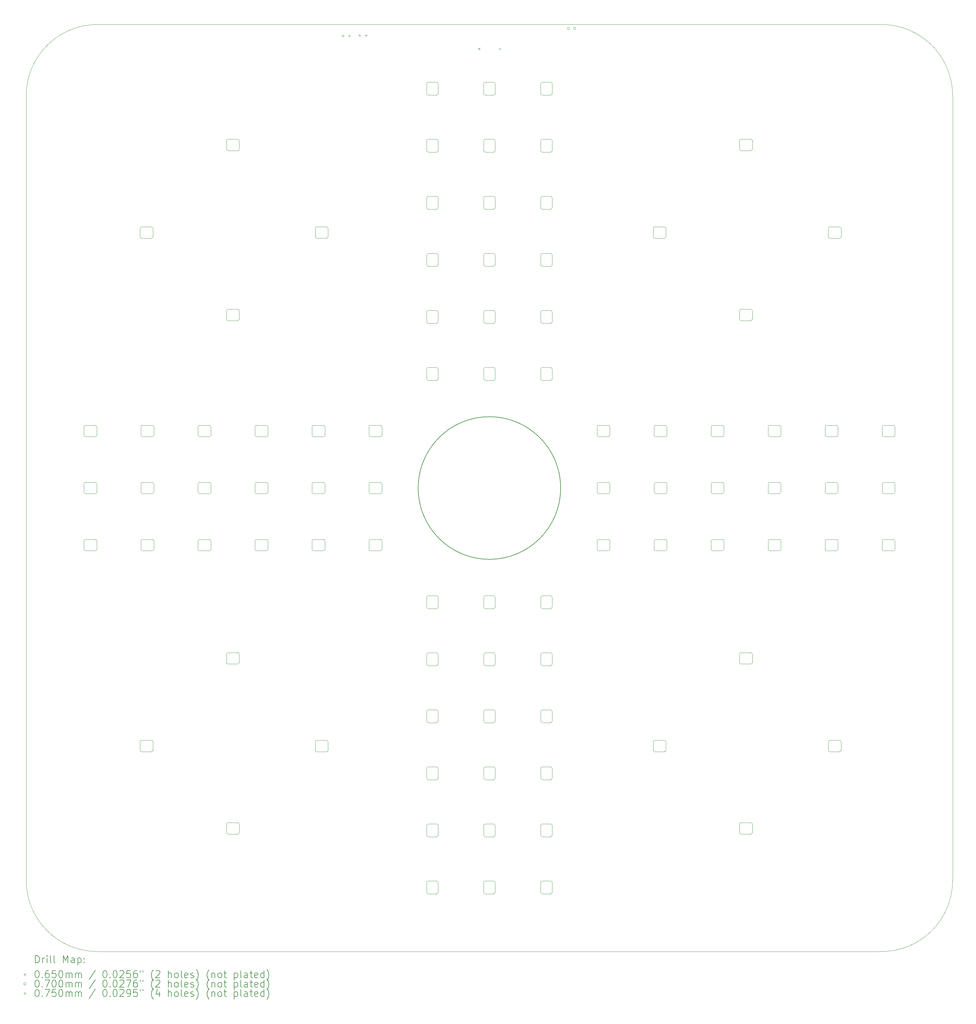
<source format=gbr>
%TF.GenerationSoftware,KiCad,Pcbnew,8.0.1*%
%TF.CreationDate,2024-08-27T15:58:47+05:30*%
%TF.ProjectId,Ludo,4c75646f-2e6b-4696-9361-645f70636258,rev?*%
%TF.SameCoordinates,Original*%
%TF.FileFunction,Drillmap*%
%TF.FilePolarity,Positive*%
%FSLAX45Y45*%
G04 Gerber Fmt 4.5, Leading zero omitted, Abs format (unit mm)*
G04 Created by KiCad (PCBNEW 8.0.1) date 2024-08-27 15:58:47*
%MOMM*%
%LPD*%
G01*
G04 APERTURE LIST*
%ADD10C,0.050000*%
%ADD11C,0.200000*%
%ADD12C,0.100000*%
G04 APERTURE END LIST*
D10*
X26523000Y-1875500D02*
G75*
G02*
X28523000Y-3875500I0J-2000000D01*
G01*
X4523000Y-27875500D02*
X26523000Y-27875500D01*
X28523000Y-25875500D02*
G75*
G02*
X26523000Y-27875500I-2000000J0D01*
G01*
D11*
X17523000Y-14875500D02*
G75*
G02*
X13523000Y-14875500I-2000000J0D01*
G01*
X13523000Y-14875500D02*
G75*
G02*
X17523000Y-14875500I2000000J0D01*
G01*
D10*
X2523000Y-3875500D02*
X2523000Y-25875500D01*
X2523000Y-3875500D02*
G75*
G02*
X4523000Y-1875500I2000000J0D01*
G01*
X4523000Y-27875500D02*
G75*
G02*
X2523000Y-25875500I0J2000000D01*
G01*
X28523000Y-25875500D02*
X28523000Y-3875500D01*
X26523000Y-1875500D02*
X4523000Y-1875500D01*
X16963080Y-8615348D02*
X16963080Y-8335348D01*
X17008192Y-8295430D02*
X17237300Y-8295414D01*
X17237046Y-8656094D02*
X17008192Y-8655534D01*
X17282766Y-8340880D02*
X17282766Y-8610374D01*
X16963080Y-8335348D02*
G75*
G02*
X17008192Y-8295430I45112J-5532D01*
G01*
X17008192Y-8655534D02*
G75*
G02*
X16963081Y-8615348I-4J45409D01*
G01*
X17237300Y-8295414D02*
G75*
G02*
X17282766Y-8340880I0J-45466D01*
G01*
X17282766Y-8610374D02*
G75*
G02*
X17237046Y-8656094I-45720J0D01*
G01*
X18542406Y-16589546D02*
X18542966Y-16360692D01*
X18583152Y-16315580D02*
X18863152Y-16315580D01*
X18857620Y-16635266D02*
X18588126Y-16635266D01*
X18903070Y-16360692D02*
X18903086Y-16589800D01*
X18542966Y-16360692D02*
G75*
G02*
X18583152Y-16315580I45409J4D01*
G01*
X18588126Y-16635266D02*
G75*
G02*
X18542406Y-16589546I0J45720D01*
G01*
X18863152Y-16315580D02*
G75*
G02*
X18903070Y-16360692I-5532J-45112D01*
G01*
X18903086Y-16589800D02*
G75*
G02*
X18857620Y-16635266I-45466J0D01*
G01*
X8942930Y-13390308D02*
X8942914Y-13161200D01*
X8988380Y-13115734D02*
X9257874Y-13115734D01*
X9262848Y-13435420D02*
X8982848Y-13435420D01*
X9303594Y-13161454D02*
X9303034Y-13390308D01*
X8942914Y-13161200D02*
G75*
G02*
X8988380Y-13115734I45466J0D01*
G01*
X8982848Y-13435420D02*
G75*
G02*
X8942930Y-13390308I5532J45112D01*
G01*
X9257874Y-13115734D02*
G75*
G02*
X9303594Y-13161454I0J-45720D01*
G01*
X9303034Y-13390308D02*
G75*
G02*
X9262848Y-13435419I-45409J-4D01*
G01*
X13763234Y-8610120D02*
X13763234Y-8340626D01*
X13808954Y-8294906D02*
X14037808Y-8295466D01*
X14037808Y-8655570D02*
X13808700Y-8655586D01*
X14082920Y-8335652D02*
X14082920Y-8615652D01*
X13763234Y-8340626D02*
G75*
G02*
X13808954Y-8294906I45720J0D01*
G01*
X13808700Y-8655586D02*
G75*
G02*
X13763234Y-8610120I0J45466D01*
G01*
X14037808Y-8295466D02*
G75*
G02*
X14082919Y-8335652I4J-45409D01*
G01*
X14082920Y-8615652D02*
G75*
G02*
X14037808Y-8655570I-45112J5532D01*
G01*
X16963080Y-19815348D02*
X16963080Y-19535348D01*
X17008192Y-19495430D02*
X17237300Y-19495414D01*
X17237046Y-19856094D02*
X17008192Y-19855534D01*
X17282766Y-19540880D02*
X17282766Y-19810374D01*
X16963080Y-19535348D02*
G75*
G02*
X17008192Y-19495430I45112J-5532D01*
G01*
X17008192Y-19855534D02*
G75*
G02*
X16963081Y-19815348I-4J45409D01*
G01*
X17237300Y-19495414D02*
G75*
G02*
X17282766Y-19540880I0J-45466D01*
G01*
X17282766Y-19810374D02*
G75*
G02*
X17237046Y-19856094I-45720J0D01*
G01*
X15363234Y-24610120D02*
X15363234Y-24340626D01*
X15408954Y-24294906D02*
X15637808Y-24295466D01*
X15637808Y-24655570D02*
X15408700Y-24655586D01*
X15682920Y-24335652D02*
X15682920Y-24615652D01*
X15363234Y-24340626D02*
G75*
G02*
X15408954Y-24294906I45720J0D01*
G01*
X15408700Y-24655586D02*
G75*
G02*
X15363234Y-24610120I0J45466D01*
G01*
X15637808Y-24295466D02*
G75*
G02*
X15682919Y-24335652I4J-45409D01*
G01*
X15682920Y-24615652D02*
G75*
G02*
X15637808Y-24655570I-45112J5532D01*
G01*
X13763234Y-26210120D02*
X13763234Y-25940626D01*
X13808954Y-25894906D02*
X14037808Y-25895466D01*
X14037808Y-26255570D02*
X13808700Y-26255586D01*
X14082920Y-25935652D02*
X14082920Y-26215652D01*
X13763234Y-25940626D02*
G75*
G02*
X13808954Y-25894906I45720J0D01*
G01*
X13808700Y-26255586D02*
G75*
G02*
X13763234Y-26210120I0J45466D01*
G01*
X14037808Y-25895466D02*
G75*
G02*
X14082919Y-25935652I4J-45409D01*
G01*
X14082920Y-26215652D02*
G75*
G02*
X14037808Y-26255570I-45112J5532D01*
G01*
X8142930Y-19765308D02*
X8142914Y-19536200D01*
X8188380Y-19490734D02*
X8457874Y-19490734D01*
X8462848Y-19810420D02*
X8182848Y-19810420D01*
X8503594Y-19536454D02*
X8503034Y-19765308D01*
X8142914Y-19536200D02*
G75*
G02*
X8188380Y-19490734I45466J0D01*
G01*
X8182848Y-19810420D02*
G75*
G02*
X8142930Y-19765308I5532J45112D01*
G01*
X8457874Y-19490734D02*
G75*
G02*
X8503594Y-19536454I0J-45720D01*
G01*
X8503034Y-19765308D02*
G75*
G02*
X8462848Y-19810420I-45409J-4D01*
G01*
X16963080Y-11815348D02*
X16963080Y-11535348D01*
X17008192Y-11495430D02*
X17237300Y-11495414D01*
X17237046Y-11856094D02*
X17008192Y-11855534D01*
X17282766Y-11540880D02*
X17282766Y-11810374D01*
X16963080Y-11535348D02*
G75*
G02*
X17008192Y-11495430I45112J-5532D01*
G01*
X17008192Y-11855534D02*
G75*
G02*
X16963081Y-11815348I-4J45409D01*
G01*
X17237300Y-11495414D02*
G75*
G02*
X17282766Y-11540880I0J-45466D01*
G01*
X17282766Y-11810374D02*
G75*
G02*
X17237046Y-11856094I-45720J0D01*
G01*
X16963080Y-18215348D02*
X16963080Y-17935348D01*
X17008192Y-17895430D02*
X17237300Y-17895414D01*
X17237046Y-18256094D02*
X17008192Y-18255534D01*
X17282766Y-17940880D02*
X17282766Y-18210374D01*
X16963080Y-17935348D02*
G75*
G02*
X17008192Y-17895430I45112J-5532D01*
G01*
X17008192Y-18255534D02*
G75*
G02*
X16963081Y-18215348I-4J45409D01*
G01*
X17237300Y-17895414D02*
G75*
G02*
X17282766Y-17940880I0J-45466D01*
G01*
X17282766Y-18210374D02*
G75*
G02*
X17237046Y-18256094I-45720J0D01*
G01*
X16963080Y-21415348D02*
X16963080Y-21135348D01*
X17008192Y-21095430D02*
X17237300Y-21095414D01*
X17237046Y-21456094D02*
X17008192Y-21455534D01*
X17282766Y-21140880D02*
X17282766Y-21410374D01*
X16963080Y-21135348D02*
G75*
G02*
X17008192Y-21095430I45112J-5532D01*
G01*
X17008192Y-21455534D02*
G75*
G02*
X16963081Y-21415348I-4J45409D01*
G01*
X17237300Y-21095414D02*
G75*
G02*
X17282766Y-21140880I0J-45466D01*
G01*
X17282766Y-21410374D02*
G75*
G02*
X17237046Y-21456094I-45720J0D01*
G01*
X15363080Y-3815348D02*
X15363080Y-3535348D01*
X15408192Y-3495430D02*
X15637300Y-3495414D01*
X15637046Y-3856094D02*
X15408192Y-3855534D01*
X15682766Y-3540880D02*
X15682766Y-3810374D01*
X15363080Y-3535348D02*
G75*
G02*
X15408192Y-3495430I45112J-5532D01*
G01*
X15408192Y-3855534D02*
G75*
G02*
X15363080Y-3815348I-4J45409D01*
G01*
X15637300Y-3495414D02*
G75*
G02*
X15682766Y-3540880I0J-45466D01*
G01*
X15682766Y-3810374D02*
G75*
G02*
X15637046Y-3856094I-45720J0D01*
G01*
X26542406Y-14989546D02*
X26542966Y-14760692D01*
X26583152Y-14715580D02*
X26863152Y-14715580D01*
X26857620Y-15035266D02*
X26588126Y-15035266D01*
X26903070Y-14760692D02*
X26903086Y-14989800D01*
X26542966Y-14760692D02*
G75*
G02*
X26583152Y-14715580I45409J4D01*
G01*
X26588126Y-15035266D02*
G75*
G02*
X26542406Y-14989546I0J45720D01*
G01*
X26863152Y-14715580D02*
G75*
G02*
X26903070Y-14760692I-5532J-45112D01*
G01*
X26903086Y-14989800D02*
G75*
G02*
X26857620Y-15035266I-45466J0D01*
G01*
X4142406Y-16589546D02*
X4142966Y-16360692D01*
X4183152Y-16315580D02*
X4463152Y-16315580D01*
X4457620Y-16635266D02*
X4188126Y-16635266D01*
X4503070Y-16360692D02*
X4503086Y-16589800D01*
X4142966Y-16360692D02*
G75*
G02*
X4183152Y-16315580I45409J4D01*
G01*
X4188126Y-16635266D02*
G75*
G02*
X4142406Y-16589546I0J45720D01*
G01*
X4463152Y-16315580D02*
G75*
G02*
X4503070Y-16360692I-5532J-45112D01*
G01*
X4503086Y-16589800D02*
G75*
G02*
X4457620Y-16635266I-45466J0D01*
G01*
X12142930Y-13390308D02*
X12142914Y-13161200D01*
X12188380Y-13115734D02*
X12457874Y-13115734D01*
X12462848Y-13435420D02*
X12182848Y-13435420D01*
X12503594Y-13161454D02*
X12503034Y-13390308D01*
X12142914Y-13161200D02*
G75*
G02*
X12188380Y-13115734I45466J0D01*
G01*
X12182848Y-13435420D02*
G75*
G02*
X12142930Y-13390308I5532J45112D01*
G01*
X12457874Y-13115734D02*
G75*
G02*
X12503594Y-13161454I0J-45720D01*
G01*
X12503034Y-13390308D02*
G75*
G02*
X12462848Y-13435419I-45409J-4D01*
G01*
X5717930Y-22225308D02*
X5717914Y-21996200D01*
X5763380Y-21950734D02*
X6032874Y-21950734D01*
X6037848Y-22270420D02*
X5757848Y-22270420D01*
X6078594Y-21996454D02*
X6078034Y-22225308D01*
X5717914Y-21996200D02*
G75*
G02*
X5763380Y-21950734I45466J0D01*
G01*
X5757848Y-22270420D02*
G75*
G02*
X5717930Y-22225308I5532J45112D01*
G01*
X6032874Y-21950734D02*
G75*
G02*
X6078594Y-21996454I0J-45720D01*
G01*
X6078034Y-22225308D02*
G75*
G02*
X6037848Y-22270420I-45409J-4D01*
G01*
X8142930Y-5365308D02*
X8142914Y-5136200D01*
X8188380Y-5090734D02*
X8457874Y-5090734D01*
X8462848Y-5410420D02*
X8182848Y-5410420D01*
X8503594Y-5136454D02*
X8503034Y-5365308D01*
X8142914Y-5136200D02*
G75*
G02*
X8188380Y-5090734I45466J0D01*
G01*
X8182848Y-5410420D02*
G75*
G02*
X8142930Y-5365308I5532J45112D01*
G01*
X8457874Y-5090734D02*
G75*
G02*
X8503594Y-5136454I0J-45720D01*
G01*
X8503034Y-5365308D02*
G75*
G02*
X8462848Y-5410420I-45409J-4D01*
G01*
X16963080Y-3815348D02*
X16963080Y-3535348D01*
X17008192Y-3495430D02*
X17237300Y-3495414D01*
X17237046Y-3856094D02*
X17008192Y-3855534D01*
X17282766Y-3540880D02*
X17282766Y-3810374D01*
X16963080Y-3535348D02*
G75*
G02*
X17008192Y-3495430I45112J-5532D01*
G01*
X17008192Y-3855534D02*
G75*
G02*
X16963081Y-3815348I-4J45409D01*
G01*
X17237300Y-3495414D02*
G75*
G02*
X17282766Y-3540880I0J-45466D01*
G01*
X17282766Y-3810374D02*
G75*
G02*
X17237046Y-3856094I-45720J0D01*
G01*
X8942930Y-14990308D02*
X8942914Y-14761200D01*
X8988380Y-14715734D02*
X9257874Y-14715734D01*
X9262848Y-15035420D02*
X8982848Y-15035420D01*
X9303594Y-14761454D02*
X9303034Y-14990308D01*
X8942914Y-14761200D02*
G75*
G02*
X8988380Y-14715734I45466J0D01*
G01*
X8982848Y-15035420D02*
G75*
G02*
X8942930Y-14990308I5532J45112D01*
G01*
X9257874Y-14715734D02*
G75*
G02*
X9303594Y-14761454I0J-45720D01*
G01*
X9303034Y-14990308D02*
G75*
G02*
X9262848Y-15035419I-45409J-4D01*
G01*
X22541406Y-10134546D02*
X22541966Y-9905692D01*
X22582152Y-9860580D02*
X22862152Y-9860580D01*
X22856620Y-10180266D02*
X22587126Y-10180266D01*
X22902070Y-9905692D02*
X22902086Y-10134800D01*
X22541966Y-9905692D02*
G75*
G02*
X22582152Y-9860581I45409J4D01*
G01*
X22587126Y-10180266D02*
G75*
G02*
X22541406Y-10134546I0J45720D01*
G01*
X22862152Y-9860580D02*
G75*
G02*
X22902070Y-9905692I-5532J-45112D01*
G01*
X22902086Y-10134800D02*
G75*
G02*
X22856620Y-10180266I-45466J0D01*
G01*
X13763234Y-21410120D02*
X13763234Y-21140626D01*
X13808954Y-21094906D02*
X14037808Y-21095466D01*
X14037808Y-21455570D02*
X13808700Y-21455586D01*
X14082920Y-21135652D02*
X14082920Y-21415652D01*
X13763234Y-21140626D02*
G75*
G02*
X13808954Y-21094906I45720J0D01*
G01*
X13808700Y-21455586D02*
G75*
G02*
X13763234Y-21410120I0J45466D01*
G01*
X14037808Y-21095466D02*
G75*
G02*
X14082919Y-21135652I4J-45409D01*
G01*
X14082920Y-21415652D02*
G75*
G02*
X14037808Y-21455570I-45112J5532D01*
G01*
X25031406Y-7824546D02*
X25031966Y-7595692D01*
X25072152Y-7550580D02*
X25352152Y-7550580D01*
X25346620Y-7870266D02*
X25077126Y-7870266D01*
X25392070Y-7595692D02*
X25392086Y-7824800D01*
X25031966Y-7595692D02*
G75*
G02*
X25072152Y-7550580I45409J4D01*
G01*
X25077126Y-7870266D02*
G75*
G02*
X25031406Y-7824546I0J45720D01*
G01*
X25352152Y-7550580D02*
G75*
G02*
X25392070Y-7595692I-5532J-45112D01*
G01*
X25392086Y-7824800D02*
G75*
G02*
X25346620Y-7870266I-45466J0D01*
G01*
X10542930Y-13390308D02*
X10542914Y-13161200D01*
X10588380Y-13115734D02*
X10857874Y-13115734D01*
X10862848Y-13435420D02*
X10582848Y-13435420D01*
X10903594Y-13161454D02*
X10903034Y-13390308D01*
X10542914Y-13161200D02*
G75*
G02*
X10588380Y-13115734I45466J0D01*
G01*
X10582848Y-13435420D02*
G75*
G02*
X10542930Y-13390308I5532J45112D01*
G01*
X10857874Y-13115734D02*
G75*
G02*
X10903594Y-13161454I0J-45720D01*
G01*
X10903034Y-13390308D02*
G75*
G02*
X10862848Y-13435419I-45409J-4D01*
G01*
X23342406Y-14989546D02*
X23342966Y-14760692D01*
X23383152Y-14715580D02*
X23663152Y-14715580D01*
X23657620Y-15035266D02*
X23388126Y-15035266D01*
X23703070Y-14760692D02*
X23703086Y-14989800D01*
X23342966Y-14760692D02*
G75*
G02*
X23383152Y-14715580I45409J4D01*
G01*
X23388126Y-15035266D02*
G75*
G02*
X23342406Y-14989546I0J45720D01*
G01*
X23663152Y-14715580D02*
G75*
G02*
X23703070Y-14760692I-5532J-45112D01*
G01*
X23703086Y-14989800D02*
G75*
G02*
X23657620Y-15035266I-45466J0D01*
G01*
X20116930Y-7825308D02*
X20116914Y-7596200D01*
X20162380Y-7550734D02*
X20431874Y-7550734D01*
X20436848Y-7870420D02*
X20156848Y-7870420D01*
X20477594Y-7596454D02*
X20477034Y-7825308D01*
X20116914Y-7596200D02*
G75*
G02*
X20162380Y-7550734I45466J0D01*
G01*
X20156848Y-7870420D02*
G75*
G02*
X20116930Y-7825308I5532J45112D01*
G01*
X20431874Y-7550734D02*
G75*
G02*
X20477594Y-7596454I0J-45720D01*
G01*
X20477034Y-7825308D02*
G75*
G02*
X20436848Y-7870419I-45409J-4D01*
G01*
X24942930Y-13390308D02*
X24942914Y-13161200D01*
X24988380Y-13115734D02*
X25257874Y-13115734D01*
X25262848Y-13435420D02*
X24982848Y-13435420D01*
X25303594Y-13161454D02*
X25303034Y-13390308D01*
X24942914Y-13161200D02*
G75*
G02*
X24988380Y-13115734I45466J0D01*
G01*
X24982848Y-13435420D02*
G75*
G02*
X24942930Y-13390308I5532J45112D01*
G01*
X25257874Y-13115734D02*
G75*
G02*
X25303594Y-13161454I0J-45720D01*
G01*
X25303034Y-13390308D02*
G75*
G02*
X25262848Y-13435419I-45409J-4D01*
G01*
X13763234Y-5410120D02*
X13763234Y-5140626D01*
X13808954Y-5094906D02*
X14037808Y-5095466D01*
X14037808Y-5455570D02*
X13808700Y-5455586D01*
X14082920Y-5135652D02*
X14082920Y-5415652D01*
X13763234Y-5140626D02*
G75*
G02*
X13808954Y-5094906I45720J0D01*
G01*
X13808700Y-5455586D02*
G75*
G02*
X13763234Y-5410120I0J45466D01*
G01*
X14037808Y-5095466D02*
G75*
G02*
X14082919Y-5135652I4J-45409D01*
G01*
X14082920Y-5415652D02*
G75*
G02*
X14037808Y-5455570I-45112J5532D01*
G01*
X16963080Y-5415348D02*
X16963080Y-5135348D01*
X17008192Y-5095430D02*
X17237300Y-5095414D01*
X17237046Y-5456094D02*
X17008192Y-5455534D01*
X17282766Y-5140880D02*
X17282766Y-5410374D01*
X16963080Y-5135348D02*
G75*
G02*
X17008192Y-5095430I45112J-5532D01*
G01*
X17008192Y-5455534D02*
G75*
G02*
X16963081Y-5415348I-4J45409D01*
G01*
X17237300Y-5095414D02*
G75*
G02*
X17282766Y-5140880I0J-45466D01*
G01*
X17282766Y-5410374D02*
G75*
G02*
X17237046Y-5456094I-45720J0D01*
G01*
X5717930Y-7825308D02*
X5717914Y-7596200D01*
X5763380Y-7550734D02*
X6032874Y-7550734D01*
X6037848Y-7870420D02*
X5757848Y-7870420D01*
X6078594Y-7596454D02*
X6078034Y-7825308D01*
X5717914Y-7596200D02*
G75*
G02*
X5763380Y-7550734I45466J0D01*
G01*
X5757848Y-7870420D02*
G75*
G02*
X5717930Y-7825308I5532J45112D01*
G01*
X6032874Y-7550734D02*
G75*
G02*
X6078594Y-7596454I0J-45720D01*
G01*
X6078034Y-7825308D02*
G75*
G02*
X6037848Y-7870419I-45409J-4D01*
G01*
X16963080Y-10215348D02*
X16963080Y-9935348D01*
X17008192Y-9895430D02*
X17237300Y-9895414D01*
X17237046Y-10256094D02*
X17008192Y-10255534D01*
X17282766Y-9940880D02*
X17282766Y-10210374D01*
X16963080Y-9935348D02*
G75*
G02*
X17008192Y-9895430I45112J-5532D01*
G01*
X17008192Y-10255534D02*
G75*
G02*
X16963081Y-10215348I-4J45409D01*
G01*
X17237300Y-9895414D02*
G75*
G02*
X17282766Y-9940880I0J-45466D01*
G01*
X17282766Y-10210374D02*
G75*
G02*
X17237046Y-10256094I-45720J0D01*
G01*
X12142406Y-16589546D02*
X12142966Y-16360692D01*
X12183152Y-16315580D02*
X12463152Y-16315580D01*
X12457620Y-16635266D02*
X12188126Y-16635266D01*
X12503070Y-16360692D02*
X12503086Y-16589800D01*
X12142966Y-16360692D02*
G75*
G02*
X12183152Y-16315580I45409J4D01*
G01*
X12188126Y-16635266D02*
G75*
G02*
X12142406Y-16589546I0J45720D01*
G01*
X12463152Y-16315580D02*
G75*
G02*
X12503070Y-16360692I-5532J-45112D01*
G01*
X12503086Y-16589800D02*
G75*
G02*
X12457620Y-16635266I-45466J0D01*
G01*
X18542930Y-13390308D02*
X18542914Y-13161200D01*
X18588380Y-13115734D02*
X18857874Y-13115734D01*
X18862848Y-13435420D02*
X18582848Y-13435420D01*
X18903594Y-13161454D02*
X18903034Y-13390308D01*
X18542914Y-13161200D02*
G75*
G02*
X18588380Y-13115734I45466J0D01*
G01*
X18582848Y-13435420D02*
G75*
G02*
X18542930Y-13390308I5532J45112D01*
G01*
X18857874Y-13115734D02*
G75*
G02*
X18903594Y-13161454I0J-45720D01*
G01*
X18903034Y-13390308D02*
G75*
G02*
X18862848Y-13435419I-45409J-4D01*
G01*
X4142930Y-14990308D02*
X4142914Y-14761200D01*
X4188380Y-14715734D02*
X4457874Y-14715734D01*
X4462848Y-15035420D02*
X4182848Y-15035420D01*
X4503594Y-14761454D02*
X4503034Y-14990308D01*
X4142914Y-14761200D02*
G75*
G02*
X4188380Y-14715734I45466J0D01*
G01*
X4182848Y-15035420D02*
G75*
G02*
X4142930Y-14990308I5532J45112D01*
G01*
X4457874Y-14715734D02*
G75*
G02*
X4503594Y-14761454I0J-45720D01*
G01*
X4503034Y-14990308D02*
G75*
G02*
X4462848Y-15035419I-45409J-4D01*
G01*
X22541406Y-24534546D02*
X22541966Y-24305692D01*
X22582152Y-24260580D02*
X22862152Y-24260580D01*
X22856620Y-24580266D02*
X22587126Y-24580266D01*
X22902070Y-24305692D02*
X22902086Y-24534800D01*
X22541966Y-24305692D02*
G75*
G02*
X22582152Y-24260580I45409J4D01*
G01*
X22587126Y-24580266D02*
G75*
G02*
X22541406Y-24534546I0J45720D01*
G01*
X22862152Y-24260580D02*
G75*
G02*
X22902070Y-24305692I-5532J-45112D01*
G01*
X22902086Y-24534800D02*
G75*
G02*
X22856620Y-24580266I-45466J0D01*
G01*
X10542930Y-14990308D02*
X10542914Y-14761200D01*
X10588380Y-14715734D02*
X10857874Y-14715734D01*
X10862848Y-15035420D02*
X10582848Y-15035420D01*
X10903594Y-14761454D02*
X10903034Y-14990308D01*
X10542914Y-14761200D02*
G75*
G02*
X10588380Y-14715734I45466J0D01*
G01*
X10582848Y-15035420D02*
G75*
G02*
X10542930Y-14990308I5532J45112D01*
G01*
X10857874Y-14715734D02*
G75*
G02*
X10903594Y-14761454I0J-45720D01*
G01*
X10903034Y-14990308D02*
G75*
G02*
X10862848Y-15035419I-45409J-4D01*
G01*
X8142406Y-24534546D02*
X8142966Y-24305692D01*
X8183152Y-24260580D02*
X8463152Y-24260580D01*
X8457620Y-24580266D02*
X8188126Y-24580266D01*
X8503070Y-24305692D02*
X8503086Y-24534800D01*
X8142966Y-24305692D02*
G75*
G02*
X8183152Y-24260580I45409J4D01*
G01*
X8188126Y-24580266D02*
G75*
G02*
X8142406Y-24534546I0J45720D01*
G01*
X8463152Y-24260580D02*
G75*
G02*
X8503070Y-24305692I-5532J-45112D01*
G01*
X8503086Y-24534800D02*
G75*
G02*
X8457620Y-24580266I-45466J0D01*
G01*
X15363234Y-23010120D02*
X15363234Y-22740626D01*
X15408954Y-22694906D02*
X15637808Y-22695466D01*
X15637808Y-23055570D02*
X15408700Y-23055586D01*
X15682920Y-22735652D02*
X15682920Y-23015652D01*
X15363234Y-22740626D02*
G75*
G02*
X15408954Y-22694906I45720J0D01*
G01*
X15408700Y-23055586D02*
G75*
G02*
X15363234Y-23010120I0J45466D01*
G01*
X15637808Y-22695466D02*
G75*
G02*
X15682919Y-22735652I4J-45409D01*
G01*
X15682920Y-23015652D02*
G75*
G02*
X15637808Y-23055570I-45112J5532D01*
G01*
X13763234Y-3810120D02*
X13763234Y-3540626D01*
X13808954Y-3494906D02*
X14037808Y-3495466D01*
X14037808Y-3855570D02*
X13808700Y-3855586D01*
X14082920Y-3535652D02*
X14082920Y-3815652D01*
X13763234Y-3540626D02*
G75*
G02*
X13808954Y-3494906I45720J0D01*
G01*
X13808700Y-3855586D02*
G75*
G02*
X13763234Y-3810120I0J45466D01*
G01*
X14037808Y-3495466D02*
G75*
G02*
X14082919Y-3535652I4J-45409D01*
G01*
X14082920Y-3815652D02*
G75*
G02*
X14037808Y-3855570I-45112J5532D01*
G01*
X4142930Y-13390308D02*
X4142914Y-13161200D01*
X4188380Y-13115734D02*
X4457874Y-13115734D01*
X4462848Y-13435420D02*
X4182848Y-13435420D01*
X4503594Y-13161454D02*
X4503034Y-13390308D01*
X4142914Y-13161200D02*
G75*
G02*
X4188380Y-13115734I45466J0D01*
G01*
X4182848Y-13435420D02*
G75*
G02*
X4142930Y-13390308I5532J45112D01*
G01*
X4457874Y-13115734D02*
G75*
G02*
X4503594Y-13161454I0J-45720D01*
G01*
X4503034Y-13390308D02*
G75*
G02*
X4462848Y-13435419I-45409J-4D01*
G01*
X7342930Y-13390308D02*
X7342914Y-13161200D01*
X7388380Y-13115734D02*
X7657874Y-13115734D01*
X7662848Y-13435420D02*
X7382848Y-13435420D01*
X7703594Y-13161454D02*
X7703034Y-13390308D01*
X7342914Y-13161200D02*
G75*
G02*
X7388380Y-13115734I45466J0D01*
G01*
X7382848Y-13435420D02*
G75*
G02*
X7342930Y-13390308I5532J45112D01*
G01*
X7657874Y-13115734D02*
G75*
G02*
X7703594Y-13161454I0J-45720D01*
G01*
X7703034Y-13390308D02*
G75*
G02*
X7662848Y-13435419I-45409J-4D01*
G01*
X10632406Y-22224546D02*
X10632966Y-21995692D01*
X10673152Y-21950580D02*
X10953152Y-21950580D01*
X10947620Y-22270266D02*
X10678126Y-22270266D01*
X10993070Y-21995692D02*
X10993086Y-22224800D01*
X10632966Y-21995692D02*
G75*
G02*
X10673152Y-21950581I45409J4D01*
G01*
X10678126Y-22270266D02*
G75*
G02*
X10632406Y-22224546I0J45720D01*
G01*
X10953152Y-21950580D02*
G75*
G02*
X10993070Y-21995692I-5532J-45112D01*
G01*
X10993086Y-22224800D02*
G75*
G02*
X10947620Y-22270266I-45466J0D01*
G01*
X16963080Y-7015348D02*
X16963080Y-6735348D01*
X17008192Y-6695430D02*
X17237300Y-6695414D01*
X17237046Y-7056094D02*
X17008192Y-7055534D01*
X17282766Y-6740880D02*
X17282766Y-7010374D01*
X16963080Y-6735348D02*
G75*
G02*
X17008192Y-6695430I45112J-5532D01*
G01*
X17008192Y-7055534D02*
G75*
G02*
X16963081Y-7015348I-4J45409D01*
G01*
X17237300Y-6695414D02*
G75*
G02*
X17282766Y-6740880I0J-45466D01*
G01*
X17282766Y-7010374D02*
G75*
G02*
X17237046Y-7056094I-45720J0D01*
G01*
X15363080Y-10215348D02*
X15363080Y-9935348D01*
X15408192Y-9895430D02*
X15637300Y-9895414D01*
X15637046Y-10256094D02*
X15408192Y-10255534D01*
X15682766Y-9940880D02*
X15682766Y-10210374D01*
X15363080Y-9935348D02*
G75*
G02*
X15408192Y-9895430I45112J-5532D01*
G01*
X15408192Y-10255534D02*
G75*
G02*
X15363080Y-10215348I-4J45409D01*
G01*
X15637300Y-9895414D02*
G75*
G02*
X15682766Y-9940880I0J-45466D01*
G01*
X15682766Y-10210374D02*
G75*
G02*
X15637046Y-10256094I-45720J0D01*
G01*
X15363080Y-11815348D02*
X15363080Y-11535348D01*
X15408192Y-11495430D02*
X15637300Y-11495414D01*
X15637046Y-11856094D02*
X15408192Y-11855534D01*
X15682766Y-11540880D02*
X15682766Y-11810374D01*
X15363080Y-11535348D02*
G75*
G02*
X15408192Y-11495430I45112J-5532D01*
G01*
X15408192Y-11855534D02*
G75*
G02*
X15363080Y-11815348I-4J45409D01*
G01*
X15637300Y-11495414D02*
G75*
G02*
X15682766Y-11540880I0J-45466D01*
G01*
X15682766Y-11810374D02*
G75*
G02*
X15637046Y-11856094I-45720J0D01*
G01*
X23342406Y-16589546D02*
X23342966Y-16360692D01*
X23383152Y-16315580D02*
X23663152Y-16315580D01*
X23657620Y-16635266D02*
X23388126Y-16635266D01*
X23703070Y-16360692D02*
X23703086Y-16589800D01*
X23342966Y-16360692D02*
G75*
G02*
X23383152Y-16315580I45409J4D01*
G01*
X23388126Y-16635266D02*
G75*
G02*
X23342406Y-16589546I0J45720D01*
G01*
X23663152Y-16315580D02*
G75*
G02*
X23703070Y-16360692I-5532J-45112D01*
G01*
X23703086Y-16589800D02*
G75*
G02*
X23657620Y-16635266I-45466J0D01*
G01*
X25031406Y-22224546D02*
X25031966Y-21995692D01*
X25072152Y-21950580D02*
X25352152Y-21950580D01*
X25346620Y-22270266D02*
X25077126Y-22270266D01*
X25392070Y-21995692D02*
X25392086Y-22224800D01*
X25031966Y-21995692D02*
G75*
G02*
X25072152Y-21950581I45409J4D01*
G01*
X25077126Y-22270266D02*
G75*
G02*
X25031406Y-22224546I0J45720D01*
G01*
X25352152Y-21950580D02*
G75*
G02*
X25392070Y-21995692I-5532J-45112D01*
G01*
X25392086Y-22224800D02*
G75*
G02*
X25346620Y-22270266I-45466J0D01*
G01*
X26542406Y-16589546D02*
X26542966Y-16360692D01*
X26583152Y-16315580D02*
X26863152Y-16315580D01*
X26857620Y-16635266D02*
X26588126Y-16635266D01*
X26903070Y-16360692D02*
X26903086Y-16589800D01*
X26542966Y-16360692D02*
G75*
G02*
X26583152Y-16315580I45409J4D01*
G01*
X26588126Y-16635266D02*
G75*
G02*
X26542406Y-16589546I0J45720D01*
G01*
X26863152Y-16315580D02*
G75*
G02*
X26903070Y-16360692I-5532J-45112D01*
G01*
X26903086Y-16589800D02*
G75*
G02*
X26857620Y-16635266I-45466J0D01*
G01*
X21742406Y-14989546D02*
X21742966Y-14760692D01*
X21783152Y-14715580D02*
X22063152Y-14715580D01*
X22057620Y-15035266D02*
X21788126Y-15035266D01*
X22103070Y-14760692D02*
X22103086Y-14989800D01*
X21742966Y-14760692D02*
G75*
G02*
X21783152Y-14715580I45409J4D01*
G01*
X21788126Y-15035266D02*
G75*
G02*
X21742406Y-14989546I0J45720D01*
G01*
X22063152Y-14715580D02*
G75*
G02*
X22103070Y-14760692I-5532J-45112D01*
G01*
X22103086Y-14989800D02*
G75*
G02*
X22057620Y-15035266I-45466J0D01*
G01*
X10542406Y-16589546D02*
X10542966Y-16360692D01*
X10583152Y-16315580D02*
X10863152Y-16315580D01*
X10857620Y-16635266D02*
X10588126Y-16635266D01*
X10903070Y-16360692D02*
X10903086Y-16589800D01*
X10542966Y-16360692D02*
G75*
G02*
X10583152Y-16315580I45409J4D01*
G01*
X10588126Y-16635266D02*
G75*
G02*
X10542406Y-16589546I0J45720D01*
G01*
X10863152Y-16315580D02*
G75*
G02*
X10903070Y-16360692I-5532J-45112D01*
G01*
X10903086Y-16589800D02*
G75*
G02*
X10857620Y-16635266I-45466J0D01*
G01*
X20142406Y-14989546D02*
X20142966Y-14760692D01*
X20183152Y-14715580D02*
X20463152Y-14715580D01*
X20457620Y-15035266D02*
X20188126Y-15035266D01*
X20503070Y-14760692D02*
X20503086Y-14989800D01*
X20142966Y-14760692D02*
G75*
G02*
X20183152Y-14715580I45409J4D01*
G01*
X20188126Y-15035266D02*
G75*
G02*
X20142406Y-14989546I0J45720D01*
G01*
X20463152Y-14715580D02*
G75*
G02*
X20503070Y-14760692I-5532J-45112D01*
G01*
X20503086Y-14989800D02*
G75*
G02*
X20457620Y-15035266I-45466J0D01*
G01*
X5742930Y-13390308D02*
X5742914Y-13161200D01*
X5788380Y-13115734D02*
X6057874Y-13115734D01*
X6062848Y-13435420D02*
X5782848Y-13435420D01*
X6103594Y-13161454D02*
X6103034Y-13390308D01*
X5742914Y-13161200D02*
G75*
G02*
X5788380Y-13115734I45466J0D01*
G01*
X5782848Y-13435420D02*
G75*
G02*
X5742930Y-13390308I5532J45112D01*
G01*
X6057874Y-13115734D02*
G75*
G02*
X6103594Y-13161454I0J-45720D01*
G01*
X6103034Y-13390308D02*
G75*
G02*
X6062848Y-13435419I-45409J-4D01*
G01*
X16963080Y-23015348D02*
X16963080Y-22735348D01*
X17008192Y-22695430D02*
X17237300Y-22695414D01*
X17237046Y-23056094D02*
X17008192Y-23055534D01*
X17282766Y-22740880D02*
X17282766Y-23010374D01*
X16963080Y-22735348D02*
G75*
G02*
X17008192Y-22695430I45112J-5532D01*
G01*
X17008192Y-23055534D02*
G75*
G02*
X16963081Y-23015348I-4J45409D01*
G01*
X17237300Y-22695414D02*
G75*
G02*
X17282766Y-22740880I0J-45466D01*
G01*
X17282766Y-23010374D02*
G75*
G02*
X17237046Y-23056094I-45720J0D01*
G01*
X13763234Y-7010120D02*
X13763234Y-6740626D01*
X13808954Y-6694906D02*
X14037808Y-6695466D01*
X14037808Y-7055570D02*
X13808700Y-7055586D01*
X14082920Y-6735652D02*
X14082920Y-7015652D01*
X13763234Y-6740626D02*
G75*
G02*
X13808954Y-6694906I45720J0D01*
G01*
X13808700Y-7055586D02*
G75*
G02*
X13763234Y-7010120I0J45466D01*
G01*
X14037808Y-6695466D02*
G75*
G02*
X14082919Y-6735652I4J-45409D01*
G01*
X14082920Y-7015652D02*
G75*
G02*
X14037808Y-7055570I-45112J5532D01*
G01*
X15363234Y-19810120D02*
X15363234Y-19540626D01*
X15408954Y-19494906D02*
X15637808Y-19495466D01*
X15637808Y-19855570D02*
X15408700Y-19855586D01*
X15682920Y-19535652D02*
X15682920Y-19815652D01*
X15363234Y-19540626D02*
G75*
G02*
X15408954Y-19494906I45720J0D01*
G01*
X15408700Y-19855586D02*
G75*
G02*
X15363234Y-19810120I0J45466D01*
G01*
X15637808Y-19495466D02*
G75*
G02*
X15682919Y-19535652I4J-45409D01*
G01*
X15682920Y-19815652D02*
G75*
G02*
X15637808Y-19855570I-45112J5532D01*
G01*
X8142406Y-10134546D02*
X8142966Y-9905692D01*
X8183152Y-9860580D02*
X8463152Y-9860580D01*
X8457620Y-10180266D02*
X8188126Y-10180266D01*
X8503070Y-9905692D02*
X8503086Y-10134800D01*
X8142966Y-9905692D02*
G75*
G02*
X8183152Y-9860581I45409J4D01*
G01*
X8188126Y-10180266D02*
G75*
G02*
X8142406Y-10134546I0J45720D01*
G01*
X8463152Y-9860580D02*
G75*
G02*
X8503070Y-9905692I-5532J-45112D01*
G01*
X8503086Y-10134800D02*
G75*
G02*
X8457620Y-10180266I-45466J0D01*
G01*
X15363080Y-7015348D02*
X15363080Y-6735348D01*
X15408192Y-6695430D02*
X15637300Y-6695414D01*
X15637046Y-7056094D02*
X15408192Y-7055534D01*
X15682766Y-6740880D02*
X15682766Y-7010374D01*
X15363080Y-6735348D02*
G75*
G02*
X15408192Y-6695430I45112J-5532D01*
G01*
X15408192Y-7055534D02*
G75*
G02*
X15363080Y-7015348I-4J45409D01*
G01*
X15637300Y-6695414D02*
G75*
G02*
X15682766Y-6740880I0J-45466D01*
G01*
X15682766Y-7010374D02*
G75*
G02*
X15637046Y-7056094I-45720J0D01*
G01*
X13763234Y-19810120D02*
X13763234Y-19540626D01*
X13808954Y-19494906D02*
X14037808Y-19495466D01*
X14037808Y-19855570D02*
X13808700Y-19855586D01*
X14082920Y-19535652D02*
X14082920Y-19815652D01*
X13763234Y-19540626D02*
G75*
G02*
X13808954Y-19494906I45720J0D01*
G01*
X13808700Y-19855586D02*
G75*
G02*
X13763234Y-19810120I0J45466D01*
G01*
X14037808Y-19495466D02*
G75*
G02*
X14082919Y-19535652I4J-45409D01*
G01*
X14082920Y-19815652D02*
G75*
G02*
X14037808Y-19855570I-45112J5532D01*
G01*
X16963080Y-24615348D02*
X16963080Y-24335348D01*
X17008192Y-24295430D02*
X17237300Y-24295414D01*
X17237046Y-24656094D02*
X17008192Y-24655534D01*
X17282766Y-24340880D02*
X17282766Y-24610374D01*
X16963080Y-24335348D02*
G75*
G02*
X17008192Y-24295430I45112J-5532D01*
G01*
X17008192Y-24655534D02*
G75*
G02*
X16963081Y-24615348I-4J45409D01*
G01*
X17237300Y-24295414D02*
G75*
G02*
X17282766Y-24340880I0J-45466D01*
G01*
X17282766Y-24610374D02*
G75*
G02*
X17237046Y-24656094I-45720J0D01*
G01*
X22541930Y-19765308D02*
X22541914Y-19536200D01*
X22587380Y-19490734D02*
X22856874Y-19490734D01*
X22861848Y-19810420D02*
X22581848Y-19810420D01*
X22902594Y-19536454D02*
X22902034Y-19765308D01*
X22541914Y-19536200D02*
G75*
G02*
X22587380Y-19490734I45466J0D01*
G01*
X22581848Y-19810420D02*
G75*
G02*
X22541930Y-19765308I5532J45112D01*
G01*
X22856874Y-19490734D02*
G75*
G02*
X22902594Y-19536454I0J-45720D01*
G01*
X22902034Y-19765308D02*
G75*
G02*
X22861848Y-19810420I-45409J-4D01*
G01*
X24942406Y-16589546D02*
X24942966Y-16360692D01*
X24983152Y-16315580D02*
X25263152Y-16315580D01*
X25257620Y-16635266D02*
X24988126Y-16635266D01*
X25303070Y-16360692D02*
X25303086Y-16589800D01*
X24942966Y-16360692D02*
G75*
G02*
X24983152Y-16315580I45409J4D01*
G01*
X24988126Y-16635266D02*
G75*
G02*
X24942406Y-16589546I0J45720D01*
G01*
X25263152Y-16315580D02*
G75*
G02*
X25303070Y-16360692I-5532J-45112D01*
G01*
X25303086Y-16589800D02*
G75*
G02*
X25257620Y-16635266I-45466J0D01*
G01*
X10632406Y-7824546D02*
X10632966Y-7595692D01*
X10673152Y-7550580D02*
X10953152Y-7550580D01*
X10947620Y-7870266D02*
X10678126Y-7870266D01*
X10993070Y-7595692D02*
X10993086Y-7824800D01*
X10632966Y-7595692D02*
G75*
G02*
X10673152Y-7550580I45409J4D01*
G01*
X10678126Y-7870266D02*
G75*
G02*
X10632406Y-7824546I0J45720D01*
G01*
X10953152Y-7550580D02*
G75*
G02*
X10993070Y-7595692I-5532J-45112D01*
G01*
X10993086Y-7824800D02*
G75*
G02*
X10947620Y-7870266I-45466J0D01*
G01*
X13763234Y-11810120D02*
X13763234Y-11540626D01*
X13808954Y-11494906D02*
X14037808Y-11495466D01*
X14037808Y-11855570D02*
X13808700Y-11855586D01*
X14082920Y-11535652D02*
X14082920Y-11815652D01*
X13763234Y-11540626D02*
G75*
G02*
X13808954Y-11494906I45720J0D01*
G01*
X13808700Y-11855586D02*
G75*
G02*
X13763234Y-11810120I0J45466D01*
G01*
X14037808Y-11495466D02*
G75*
G02*
X14082919Y-11535652I4J-45409D01*
G01*
X14082920Y-11815652D02*
G75*
G02*
X14037808Y-11855570I-45112J5532D01*
G01*
X5742930Y-14990308D02*
X5742914Y-14761200D01*
X5788380Y-14715734D02*
X6057874Y-14715734D01*
X6062848Y-15035420D02*
X5782848Y-15035420D01*
X6103594Y-14761454D02*
X6103034Y-14990308D01*
X5742914Y-14761200D02*
G75*
G02*
X5788380Y-14715734I45466J0D01*
G01*
X5782848Y-15035420D02*
G75*
G02*
X5742930Y-14990308I5532J45112D01*
G01*
X6057874Y-14715734D02*
G75*
G02*
X6103594Y-14761454I0J-45720D01*
G01*
X6103034Y-14990308D02*
G75*
G02*
X6062848Y-15035419I-45409J-4D01*
G01*
X18542406Y-14989546D02*
X18542966Y-14760692D01*
X18583152Y-14715580D02*
X18863152Y-14715580D01*
X18857620Y-15035266D02*
X18588126Y-15035266D01*
X18903070Y-14760692D02*
X18903086Y-14989800D01*
X18542966Y-14760692D02*
G75*
G02*
X18583152Y-14715580I45409J4D01*
G01*
X18588126Y-15035266D02*
G75*
G02*
X18542406Y-14989546I0J45720D01*
G01*
X18863152Y-14715580D02*
G75*
G02*
X18903070Y-14760692I-5532J-45112D01*
G01*
X18903086Y-14989800D02*
G75*
G02*
X18857620Y-15035266I-45466J0D01*
G01*
X21742930Y-13390308D02*
X21742914Y-13161200D01*
X21788380Y-13115734D02*
X22057874Y-13115734D01*
X22062848Y-13435420D02*
X21782848Y-13435420D01*
X22103594Y-13161454D02*
X22103034Y-13390308D01*
X21742914Y-13161200D02*
G75*
G02*
X21788380Y-13115734I45466J0D01*
G01*
X21782848Y-13435420D02*
G75*
G02*
X21742930Y-13390308I5532J45112D01*
G01*
X22057874Y-13115734D02*
G75*
G02*
X22103594Y-13161454I0J-45720D01*
G01*
X22103034Y-13390308D02*
G75*
G02*
X22062848Y-13435419I-45409J-4D01*
G01*
X7342930Y-14990308D02*
X7342914Y-14761200D01*
X7388380Y-14715734D02*
X7657874Y-14715734D01*
X7662848Y-15035420D02*
X7382848Y-15035420D01*
X7703594Y-14761454D02*
X7703034Y-14990308D01*
X7342914Y-14761200D02*
G75*
G02*
X7388380Y-14715734I45466J0D01*
G01*
X7382848Y-15035420D02*
G75*
G02*
X7342930Y-14990308I5532J45112D01*
G01*
X7657874Y-14715734D02*
G75*
G02*
X7703594Y-14761454I0J-45720D01*
G01*
X7703034Y-14990308D02*
G75*
G02*
X7662848Y-15035419I-45409J-4D01*
G01*
X13763234Y-24610120D02*
X13763234Y-24340626D01*
X13808954Y-24294906D02*
X14037808Y-24295466D01*
X14037808Y-24655570D02*
X13808700Y-24655586D01*
X14082920Y-24335652D02*
X14082920Y-24615652D01*
X13763234Y-24340626D02*
G75*
G02*
X13808954Y-24294906I45720J0D01*
G01*
X13808700Y-24655586D02*
G75*
G02*
X13763234Y-24610120I0J45466D01*
G01*
X14037808Y-24295466D02*
G75*
G02*
X14082919Y-24335652I4J-45409D01*
G01*
X14082920Y-24615652D02*
G75*
G02*
X14037808Y-24655570I-45112J5532D01*
G01*
X15363234Y-21410120D02*
X15363234Y-21140626D01*
X15408954Y-21094906D02*
X15637808Y-21095466D01*
X15637808Y-21455570D02*
X15408700Y-21455586D01*
X15682920Y-21135652D02*
X15682920Y-21415652D01*
X15363234Y-21140626D02*
G75*
G02*
X15408954Y-21094906I45720J0D01*
G01*
X15408700Y-21455586D02*
G75*
G02*
X15363234Y-21410120I0J45466D01*
G01*
X15637808Y-21095466D02*
G75*
G02*
X15682919Y-21135652I4J-45409D01*
G01*
X15682920Y-21415652D02*
G75*
G02*
X15637808Y-21455570I-45112J5532D01*
G01*
X13763234Y-10210120D02*
X13763234Y-9940626D01*
X13808954Y-9894906D02*
X14037808Y-9895466D01*
X14037808Y-10255570D02*
X13808700Y-10255586D01*
X14082920Y-9935652D02*
X14082920Y-10215652D01*
X13763234Y-9940626D02*
G75*
G02*
X13808954Y-9894906I45720J0D01*
G01*
X13808700Y-10255586D02*
G75*
G02*
X13763234Y-10210120I0J45466D01*
G01*
X14037808Y-9895466D02*
G75*
G02*
X14082919Y-9935652I4J-45409D01*
G01*
X14082920Y-10215652D02*
G75*
G02*
X14037808Y-10255570I-45112J5532D01*
G01*
X15363080Y-8615348D02*
X15363080Y-8335348D01*
X15408192Y-8295430D02*
X15637300Y-8295414D01*
X15637046Y-8656094D02*
X15408192Y-8655534D01*
X15682766Y-8340880D02*
X15682766Y-8610374D01*
X15363080Y-8335348D02*
G75*
G02*
X15408192Y-8295430I45112J-5532D01*
G01*
X15408192Y-8655534D02*
G75*
G02*
X15363080Y-8615348I-4J45409D01*
G01*
X15637300Y-8295414D02*
G75*
G02*
X15682766Y-8340880I0J-45466D01*
G01*
X15682766Y-8610374D02*
G75*
G02*
X15637046Y-8656094I-45720J0D01*
G01*
X15363080Y-5415348D02*
X15363080Y-5135348D01*
X15408192Y-5095430D02*
X15637300Y-5095414D01*
X15637046Y-5456094D02*
X15408192Y-5455534D01*
X15682766Y-5140880D02*
X15682766Y-5410374D01*
X15363080Y-5135348D02*
G75*
G02*
X15408192Y-5095430I45112J-5532D01*
G01*
X15408192Y-5455534D02*
G75*
G02*
X15363080Y-5415348I-4J45409D01*
G01*
X15637300Y-5095414D02*
G75*
G02*
X15682766Y-5140880I0J-45466D01*
G01*
X15682766Y-5410374D02*
G75*
G02*
X15637046Y-5456094I-45720J0D01*
G01*
X5742406Y-16589546D02*
X5742966Y-16360692D01*
X5783152Y-16315580D02*
X6063152Y-16315580D01*
X6057620Y-16635266D02*
X5788126Y-16635266D01*
X6103070Y-16360692D02*
X6103086Y-16589800D01*
X5742966Y-16360692D02*
G75*
G02*
X5783152Y-16315580I45409J4D01*
G01*
X5788126Y-16635266D02*
G75*
G02*
X5742406Y-16589546I0J45720D01*
G01*
X6063152Y-16315580D02*
G75*
G02*
X6103070Y-16360692I-5532J-45112D01*
G01*
X6103086Y-16589800D02*
G75*
G02*
X6057620Y-16635266I-45466J0D01*
G01*
X26542930Y-13390308D02*
X26542914Y-13161200D01*
X26588380Y-13115734D02*
X26857874Y-13115734D01*
X26862848Y-13435420D02*
X26582848Y-13435420D01*
X26903594Y-13161454D02*
X26903034Y-13390308D01*
X26542914Y-13161200D02*
G75*
G02*
X26588380Y-13115734I45466J0D01*
G01*
X26582848Y-13435420D02*
G75*
G02*
X26542930Y-13390308I5532J45112D01*
G01*
X26857874Y-13115734D02*
G75*
G02*
X26903594Y-13161454I0J-45720D01*
G01*
X26903034Y-13390308D02*
G75*
G02*
X26862848Y-13435419I-45409J-4D01*
G01*
X7342406Y-16589546D02*
X7342966Y-16360692D01*
X7383152Y-16315580D02*
X7663152Y-16315580D01*
X7657620Y-16635266D02*
X7388126Y-16635266D01*
X7703070Y-16360692D02*
X7703086Y-16589800D01*
X7342966Y-16360692D02*
G75*
G02*
X7383152Y-16315580I45409J4D01*
G01*
X7388126Y-16635266D02*
G75*
G02*
X7342406Y-16589546I0J45720D01*
G01*
X7663152Y-16315580D02*
G75*
G02*
X7703070Y-16360692I-5532J-45112D01*
G01*
X7703086Y-16589800D02*
G75*
G02*
X7657620Y-16635266I-45466J0D01*
G01*
X24942406Y-14989546D02*
X24942966Y-14760692D01*
X24983152Y-14715580D02*
X25263152Y-14715580D01*
X25257620Y-15035266D02*
X24988126Y-15035266D01*
X25303070Y-14760692D02*
X25303086Y-14989800D01*
X24942966Y-14760692D02*
G75*
G02*
X24983152Y-14715580I45409J4D01*
G01*
X24988126Y-15035266D02*
G75*
G02*
X24942406Y-14989546I0J45720D01*
G01*
X25263152Y-14715580D02*
G75*
G02*
X25303070Y-14760692I-5532J-45112D01*
G01*
X25303086Y-14989800D02*
G75*
G02*
X25257620Y-15035266I-45466J0D01*
G01*
X22541930Y-5365308D02*
X22541914Y-5136200D01*
X22587380Y-5090734D02*
X22856874Y-5090734D01*
X22861848Y-5410420D02*
X22581848Y-5410420D01*
X22902594Y-5136454D02*
X22902034Y-5365308D01*
X22541914Y-5136200D02*
G75*
G02*
X22587380Y-5090734I45466J0D01*
G01*
X22581848Y-5410420D02*
G75*
G02*
X22541930Y-5365308I5532J45112D01*
G01*
X22856874Y-5090734D02*
G75*
G02*
X22902594Y-5136454I0J-45720D01*
G01*
X22902034Y-5365308D02*
G75*
G02*
X22861848Y-5410420I-45409J-4D01*
G01*
X20142406Y-16589546D02*
X20142966Y-16360692D01*
X20183152Y-16315580D02*
X20463152Y-16315580D01*
X20457620Y-16635266D02*
X20188126Y-16635266D01*
X20503070Y-16360692D02*
X20503086Y-16589800D01*
X20142966Y-16360692D02*
G75*
G02*
X20183152Y-16315580I45409J4D01*
G01*
X20188126Y-16635266D02*
G75*
G02*
X20142406Y-16589546I0J45720D01*
G01*
X20463152Y-16315580D02*
G75*
G02*
X20503070Y-16360692I-5532J-45112D01*
G01*
X20503086Y-16589800D02*
G75*
G02*
X20457620Y-16635266I-45466J0D01*
G01*
X20116930Y-22225308D02*
X20116914Y-21996200D01*
X20162380Y-21950734D02*
X20431874Y-21950734D01*
X20436848Y-22270420D02*
X20156848Y-22270420D01*
X20477594Y-21996454D02*
X20477034Y-22225308D01*
X20116914Y-21996200D02*
G75*
G02*
X20162380Y-21950734I45466J0D01*
G01*
X20156848Y-22270420D02*
G75*
G02*
X20116930Y-22225308I5532J45112D01*
G01*
X20431874Y-21950734D02*
G75*
G02*
X20477594Y-21996454I0J-45720D01*
G01*
X20477034Y-22225308D02*
G75*
G02*
X20436848Y-22270420I-45409J-4D01*
G01*
X12142930Y-14990308D02*
X12142914Y-14761200D01*
X12188380Y-14715734D02*
X12457874Y-14715734D01*
X12462848Y-15035420D02*
X12182848Y-15035420D01*
X12503594Y-14761454D02*
X12503034Y-14990308D01*
X12142914Y-14761200D02*
G75*
G02*
X12188380Y-14715734I45466J0D01*
G01*
X12182848Y-15035420D02*
G75*
G02*
X12142930Y-14990308I5532J45112D01*
G01*
X12457874Y-14715734D02*
G75*
G02*
X12503594Y-14761454I0J-45720D01*
G01*
X12503034Y-14990308D02*
G75*
G02*
X12462848Y-15035419I-45409J-4D01*
G01*
X20142930Y-13390308D02*
X20142914Y-13161200D01*
X20188380Y-13115734D02*
X20457874Y-13115734D01*
X20462848Y-13435420D02*
X20182848Y-13435420D01*
X20503594Y-13161454D02*
X20503034Y-13390308D01*
X20142914Y-13161200D02*
G75*
G02*
X20188380Y-13115734I45466J0D01*
G01*
X20182848Y-13435420D02*
G75*
G02*
X20142930Y-13390308I5532J45112D01*
G01*
X20457874Y-13115734D02*
G75*
G02*
X20503594Y-13161454I0J-45720D01*
G01*
X20503034Y-13390308D02*
G75*
G02*
X20462848Y-13435419I-45409J-4D01*
G01*
X21742406Y-16589546D02*
X21742966Y-16360692D01*
X21783152Y-16315580D02*
X22063152Y-16315580D01*
X22057620Y-16635266D02*
X21788126Y-16635266D01*
X22103070Y-16360692D02*
X22103086Y-16589800D01*
X21742966Y-16360692D02*
G75*
G02*
X21783152Y-16315580I45409J4D01*
G01*
X21788126Y-16635266D02*
G75*
G02*
X21742406Y-16589546I0J45720D01*
G01*
X22063152Y-16315580D02*
G75*
G02*
X22103070Y-16360692I-5532J-45112D01*
G01*
X22103086Y-16589800D02*
G75*
G02*
X22057620Y-16635266I-45466J0D01*
G01*
X13763234Y-23010120D02*
X13763234Y-22740626D01*
X13808954Y-22694906D02*
X14037808Y-22695466D01*
X14037808Y-23055570D02*
X13808700Y-23055586D01*
X14082920Y-22735652D02*
X14082920Y-23015652D01*
X13763234Y-22740626D02*
G75*
G02*
X13808954Y-22694906I45720J0D01*
G01*
X13808700Y-23055586D02*
G75*
G02*
X13763234Y-23010120I0J45466D01*
G01*
X14037808Y-22695466D02*
G75*
G02*
X14082919Y-22735652I4J-45409D01*
G01*
X14082920Y-23015652D02*
G75*
G02*
X14037808Y-23055570I-45112J5532D01*
G01*
X13763234Y-18210120D02*
X13763234Y-17940626D01*
X13808954Y-17894906D02*
X14037808Y-17895466D01*
X14037808Y-18255570D02*
X13808700Y-18255586D01*
X14082920Y-17935652D02*
X14082920Y-18215652D01*
X13763234Y-17940626D02*
G75*
G02*
X13808954Y-17894906I45720J0D01*
G01*
X13808700Y-18255586D02*
G75*
G02*
X13763234Y-18210120I0J45466D01*
G01*
X14037808Y-17895466D02*
G75*
G02*
X14082919Y-17935652I4J-45409D01*
G01*
X14082920Y-18215652D02*
G75*
G02*
X14037808Y-18255570I-45112J5532D01*
G01*
X15363234Y-26210120D02*
X15363234Y-25940626D01*
X15408954Y-25894906D02*
X15637808Y-25895466D01*
X15637808Y-26255570D02*
X15408700Y-26255586D01*
X15682920Y-25935652D02*
X15682920Y-26215652D01*
X15363234Y-25940626D02*
G75*
G02*
X15408954Y-25894906I45720J0D01*
G01*
X15408700Y-26255586D02*
G75*
G02*
X15363234Y-26210120I0J45466D01*
G01*
X15637808Y-25895466D02*
G75*
G02*
X15682919Y-25935652I4J-45409D01*
G01*
X15682920Y-26215652D02*
G75*
G02*
X15637808Y-26255570I-45112J5532D01*
G01*
X16963080Y-26215348D02*
X16963080Y-25935348D01*
X17008192Y-25895430D02*
X17237300Y-25895414D01*
X17237046Y-26256094D02*
X17008192Y-26255534D01*
X17282766Y-25940880D02*
X17282766Y-26210374D01*
X16963080Y-25935348D02*
G75*
G02*
X17008192Y-25895430I45112J-5532D01*
G01*
X17008192Y-26255534D02*
G75*
G02*
X16963081Y-26215348I-4J45409D01*
G01*
X17237300Y-25895414D02*
G75*
G02*
X17282766Y-25940880I0J-45466D01*
G01*
X17282766Y-26210374D02*
G75*
G02*
X17237046Y-26256094I-45720J0D01*
G01*
X8942406Y-16589546D02*
X8942966Y-16360692D01*
X8983152Y-16315580D02*
X9263152Y-16315580D01*
X9257620Y-16635266D02*
X8988126Y-16635266D01*
X9303070Y-16360692D02*
X9303086Y-16589800D01*
X8942966Y-16360692D02*
G75*
G02*
X8983152Y-16315580I45409J4D01*
G01*
X8988126Y-16635266D02*
G75*
G02*
X8942406Y-16589546I0J45720D01*
G01*
X9263152Y-16315580D02*
G75*
G02*
X9303070Y-16360692I-5532J-45112D01*
G01*
X9303086Y-16589800D02*
G75*
G02*
X9257620Y-16635266I-45466J0D01*
G01*
X23342930Y-13390308D02*
X23342914Y-13161200D01*
X23388380Y-13115734D02*
X23657874Y-13115734D01*
X23662848Y-13435420D02*
X23382848Y-13435420D01*
X23703594Y-13161454D02*
X23703034Y-13390308D01*
X23342914Y-13161200D02*
G75*
G02*
X23388380Y-13115734I45466J0D01*
G01*
X23382848Y-13435420D02*
G75*
G02*
X23342930Y-13390308I5532J45112D01*
G01*
X23657874Y-13115734D02*
G75*
G02*
X23703594Y-13161454I0J-45720D01*
G01*
X23703034Y-13390308D02*
G75*
G02*
X23662848Y-13435419I-45409J-4D01*
G01*
X15363234Y-18210120D02*
X15363234Y-17940626D01*
X15408954Y-17894906D02*
X15637808Y-17895466D01*
X15637808Y-18255570D02*
X15408700Y-18255586D01*
X15682920Y-17935652D02*
X15682920Y-18215652D01*
X15363234Y-17940626D02*
G75*
G02*
X15408954Y-17894906I45720J0D01*
G01*
X15408700Y-18255586D02*
G75*
G02*
X15363234Y-18210120I0J45466D01*
G01*
X15637808Y-17895466D02*
G75*
G02*
X15682919Y-17935652I4J-45409D01*
G01*
X15682920Y-18215652D02*
G75*
G02*
X15637808Y-18255570I-45112J5532D01*
G01*
D11*
D12*
X15201500Y-2522236D02*
X15266500Y-2587236D01*
X15266500Y-2522236D02*
X15201500Y-2587236D01*
X15779500Y-2522236D02*
X15844500Y-2587236D01*
X15844500Y-2522236D02*
X15779500Y-2587236D01*
X17776590Y-1988900D02*
G75*
G02*
X17706590Y-1988900I-35000J0D01*
G01*
X17706590Y-1988900D02*
G75*
G02*
X17776590Y-1988900I35000J0D01*
G01*
X17946590Y-1988900D02*
G75*
G02*
X17876590Y-1988900I-35000J0D01*
G01*
X17876590Y-1988900D02*
G75*
G02*
X17946590Y-1988900I35000J0D01*
G01*
X11410784Y-2158236D02*
X11410784Y-2233236D01*
X11373284Y-2195736D02*
X11448284Y-2195736D01*
X11590784Y-2158236D02*
X11590784Y-2233236D01*
X11553284Y-2195736D02*
X11628284Y-2195736D01*
X11880784Y-2144236D02*
X11880784Y-2219236D01*
X11843284Y-2181736D02*
X11918284Y-2181736D01*
X12060784Y-2144236D02*
X12060784Y-2219236D01*
X12023284Y-2181736D02*
X12098284Y-2181736D01*
D11*
X2781277Y-28189484D02*
X2781277Y-27989484D01*
X2781277Y-27989484D02*
X2828896Y-27989484D01*
X2828896Y-27989484D02*
X2857467Y-27999008D01*
X2857467Y-27999008D02*
X2876515Y-28018055D01*
X2876515Y-28018055D02*
X2886039Y-28037103D01*
X2886039Y-28037103D02*
X2895562Y-28075198D01*
X2895562Y-28075198D02*
X2895562Y-28103769D01*
X2895562Y-28103769D02*
X2886039Y-28141865D01*
X2886039Y-28141865D02*
X2876515Y-28160912D01*
X2876515Y-28160912D02*
X2857467Y-28179960D01*
X2857467Y-28179960D02*
X2828896Y-28189484D01*
X2828896Y-28189484D02*
X2781277Y-28189484D01*
X2981277Y-28189484D02*
X2981277Y-28056150D01*
X2981277Y-28094246D02*
X2990801Y-28075198D01*
X2990801Y-28075198D02*
X3000324Y-28065674D01*
X3000324Y-28065674D02*
X3019372Y-28056150D01*
X3019372Y-28056150D02*
X3038420Y-28056150D01*
X3105086Y-28189484D02*
X3105086Y-28056150D01*
X3105086Y-27989484D02*
X3095562Y-27999008D01*
X3095562Y-27999008D02*
X3105086Y-28008531D01*
X3105086Y-28008531D02*
X3114610Y-27999008D01*
X3114610Y-27999008D02*
X3105086Y-27989484D01*
X3105086Y-27989484D02*
X3105086Y-28008531D01*
X3228896Y-28189484D02*
X3209848Y-28179960D01*
X3209848Y-28179960D02*
X3200324Y-28160912D01*
X3200324Y-28160912D02*
X3200324Y-27989484D01*
X3333658Y-28189484D02*
X3314610Y-28179960D01*
X3314610Y-28179960D02*
X3305086Y-28160912D01*
X3305086Y-28160912D02*
X3305086Y-27989484D01*
X3562229Y-28189484D02*
X3562229Y-27989484D01*
X3562229Y-27989484D02*
X3628896Y-28132341D01*
X3628896Y-28132341D02*
X3695562Y-27989484D01*
X3695562Y-27989484D02*
X3695562Y-28189484D01*
X3876515Y-28189484D02*
X3876515Y-28084722D01*
X3876515Y-28084722D02*
X3866991Y-28065674D01*
X3866991Y-28065674D02*
X3847943Y-28056150D01*
X3847943Y-28056150D02*
X3809848Y-28056150D01*
X3809848Y-28056150D02*
X3790801Y-28065674D01*
X3876515Y-28179960D02*
X3857467Y-28189484D01*
X3857467Y-28189484D02*
X3809848Y-28189484D01*
X3809848Y-28189484D02*
X3790801Y-28179960D01*
X3790801Y-28179960D02*
X3781277Y-28160912D01*
X3781277Y-28160912D02*
X3781277Y-28141865D01*
X3781277Y-28141865D02*
X3790801Y-28122817D01*
X3790801Y-28122817D02*
X3809848Y-28113293D01*
X3809848Y-28113293D02*
X3857467Y-28113293D01*
X3857467Y-28113293D02*
X3876515Y-28103769D01*
X3971753Y-28056150D02*
X3971753Y-28256150D01*
X3971753Y-28065674D02*
X3990801Y-28056150D01*
X3990801Y-28056150D02*
X4028896Y-28056150D01*
X4028896Y-28056150D02*
X4047943Y-28065674D01*
X4047943Y-28065674D02*
X4057467Y-28075198D01*
X4057467Y-28075198D02*
X4066991Y-28094246D01*
X4066991Y-28094246D02*
X4066991Y-28151388D01*
X4066991Y-28151388D02*
X4057467Y-28170436D01*
X4057467Y-28170436D02*
X4047943Y-28179960D01*
X4047943Y-28179960D02*
X4028896Y-28189484D01*
X4028896Y-28189484D02*
X3990801Y-28189484D01*
X3990801Y-28189484D02*
X3971753Y-28179960D01*
X4152705Y-28170436D02*
X4162229Y-28179960D01*
X4162229Y-28179960D02*
X4152705Y-28189484D01*
X4152705Y-28189484D02*
X4143182Y-28179960D01*
X4143182Y-28179960D02*
X4152705Y-28170436D01*
X4152705Y-28170436D02*
X4152705Y-28189484D01*
X4152705Y-28065674D02*
X4162229Y-28075198D01*
X4162229Y-28075198D02*
X4152705Y-28084722D01*
X4152705Y-28084722D02*
X4143182Y-28075198D01*
X4143182Y-28075198D02*
X4152705Y-28065674D01*
X4152705Y-28065674D02*
X4152705Y-28084722D01*
D12*
X2455500Y-28485500D02*
X2520500Y-28550500D01*
X2520500Y-28485500D02*
X2455500Y-28550500D01*
D11*
X2819372Y-28409484D02*
X2838420Y-28409484D01*
X2838420Y-28409484D02*
X2857467Y-28419008D01*
X2857467Y-28419008D02*
X2866991Y-28428531D01*
X2866991Y-28428531D02*
X2876515Y-28447579D01*
X2876515Y-28447579D02*
X2886039Y-28485674D01*
X2886039Y-28485674D02*
X2886039Y-28533293D01*
X2886039Y-28533293D02*
X2876515Y-28571388D01*
X2876515Y-28571388D02*
X2866991Y-28590436D01*
X2866991Y-28590436D02*
X2857467Y-28599960D01*
X2857467Y-28599960D02*
X2838420Y-28609484D01*
X2838420Y-28609484D02*
X2819372Y-28609484D01*
X2819372Y-28609484D02*
X2800324Y-28599960D01*
X2800324Y-28599960D02*
X2790801Y-28590436D01*
X2790801Y-28590436D02*
X2781277Y-28571388D01*
X2781277Y-28571388D02*
X2771753Y-28533293D01*
X2771753Y-28533293D02*
X2771753Y-28485674D01*
X2771753Y-28485674D02*
X2781277Y-28447579D01*
X2781277Y-28447579D02*
X2790801Y-28428531D01*
X2790801Y-28428531D02*
X2800324Y-28419008D01*
X2800324Y-28419008D02*
X2819372Y-28409484D01*
X2971753Y-28590436D02*
X2981277Y-28599960D01*
X2981277Y-28599960D02*
X2971753Y-28609484D01*
X2971753Y-28609484D02*
X2962229Y-28599960D01*
X2962229Y-28599960D02*
X2971753Y-28590436D01*
X2971753Y-28590436D02*
X2971753Y-28609484D01*
X3152705Y-28409484D02*
X3114610Y-28409484D01*
X3114610Y-28409484D02*
X3095562Y-28419008D01*
X3095562Y-28419008D02*
X3086039Y-28428531D01*
X3086039Y-28428531D02*
X3066991Y-28457103D01*
X3066991Y-28457103D02*
X3057467Y-28495198D01*
X3057467Y-28495198D02*
X3057467Y-28571388D01*
X3057467Y-28571388D02*
X3066991Y-28590436D01*
X3066991Y-28590436D02*
X3076515Y-28599960D01*
X3076515Y-28599960D02*
X3095562Y-28609484D01*
X3095562Y-28609484D02*
X3133658Y-28609484D01*
X3133658Y-28609484D02*
X3152705Y-28599960D01*
X3152705Y-28599960D02*
X3162229Y-28590436D01*
X3162229Y-28590436D02*
X3171753Y-28571388D01*
X3171753Y-28571388D02*
X3171753Y-28523769D01*
X3171753Y-28523769D02*
X3162229Y-28504722D01*
X3162229Y-28504722D02*
X3152705Y-28495198D01*
X3152705Y-28495198D02*
X3133658Y-28485674D01*
X3133658Y-28485674D02*
X3095562Y-28485674D01*
X3095562Y-28485674D02*
X3076515Y-28495198D01*
X3076515Y-28495198D02*
X3066991Y-28504722D01*
X3066991Y-28504722D02*
X3057467Y-28523769D01*
X3352705Y-28409484D02*
X3257467Y-28409484D01*
X3257467Y-28409484D02*
X3247943Y-28504722D01*
X3247943Y-28504722D02*
X3257467Y-28495198D01*
X3257467Y-28495198D02*
X3276515Y-28485674D01*
X3276515Y-28485674D02*
X3324134Y-28485674D01*
X3324134Y-28485674D02*
X3343182Y-28495198D01*
X3343182Y-28495198D02*
X3352705Y-28504722D01*
X3352705Y-28504722D02*
X3362229Y-28523769D01*
X3362229Y-28523769D02*
X3362229Y-28571388D01*
X3362229Y-28571388D02*
X3352705Y-28590436D01*
X3352705Y-28590436D02*
X3343182Y-28599960D01*
X3343182Y-28599960D02*
X3324134Y-28609484D01*
X3324134Y-28609484D02*
X3276515Y-28609484D01*
X3276515Y-28609484D02*
X3257467Y-28599960D01*
X3257467Y-28599960D02*
X3247943Y-28590436D01*
X3486039Y-28409484D02*
X3505086Y-28409484D01*
X3505086Y-28409484D02*
X3524134Y-28419008D01*
X3524134Y-28419008D02*
X3533658Y-28428531D01*
X3533658Y-28428531D02*
X3543182Y-28447579D01*
X3543182Y-28447579D02*
X3552705Y-28485674D01*
X3552705Y-28485674D02*
X3552705Y-28533293D01*
X3552705Y-28533293D02*
X3543182Y-28571388D01*
X3543182Y-28571388D02*
X3533658Y-28590436D01*
X3533658Y-28590436D02*
X3524134Y-28599960D01*
X3524134Y-28599960D02*
X3505086Y-28609484D01*
X3505086Y-28609484D02*
X3486039Y-28609484D01*
X3486039Y-28609484D02*
X3466991Y-28599960D01*
X3466991Y-28599960D02*
X3457467Y-28590436D01*
X3457467Y-28590436D02*
X3447943Y-28571388D01*
X3447943Y-28571388D02*
X3438420Y-28533293D01*
X3438420Y-28533293D02*
X3438420Y-28485674D01*
X3438420Y-28485674D02*
X3447943Y-28447579D01*
X3447943Y-28447579D02*
X3457467Y-28428531D01*
X3457467Y-28428531D02*
X3466991Y-28419008D01*
X3466991Y-28419008D02*
X3486039Y-28409484D01*
X3638420Y-28609484D02*
X3638420Y-28476150D01*
X3638420Y-28495198D02*
X3647943Y-28485674D01*
X3647943Y-28485674D02*
X3666991Y-28476150D01*
X3666991Y-28476150D02*
X3695563Y-28476150D01*
X3695563Y-28476150D02*
X3714610Y-28485674D01*
X3714610Y-28485674D02*
X3724134Y-28504722D01*
X3724134Y-28504722D02*
X3724134Y-28609484D01*
X3724134Y-28504722D02*
X3733658Y-28485674D01*
X3733658Y-28485674D02*
X3752705Y-28476150D01*
X3752705Y-28476150D02*
X3781277Y-28476150D01*
X3781277Y-28476150D02*
X3800324Y-28485674D01*
X3800324Y-28485674D02*
X3809848Y-28504722D01*
X3809848Y-28504722D02*
X3809848Y-28609484D01*
X3905086Y-28609484D02*
X3905086Y-28476150D01*
X3905086Y-28495198D02*
X3914610Y-28485674D01*
X3914610Y-28485674D02*
X3933658Y-28476150D01*
X3933658Y-28476150D02*
X3962229Y-28476150D01*
X3962229Y-28476150D02*
X3981277Y-28485674D01*
X3981277Y-28485674D02*
X3990801Y-28504722D01*
X3990801Y-28504722D02*
X3990801Y-28609484D01*
X3990801Y-28504722D02*
X4000324Y-28485674D01*
X4000324Y-28485674D02*
X4019372Y-28476150D01*
X4019372Y-28476150D02*
X4047943Y-28476150D01*
X4047943Y-28476150D02*
X4066991Y-28485674D01*
X4066991Y-28485674D02*
X4076515Y-28504722D01*
X4076515Y-28504722D02*
X4076515Y-28609484D01*
X4466991Y-28399960D02*
X4295563Y-28657103D01*
X4724134Y-28409484D02*
X4743182Y-28409484D01*
X4743182Y-28409484D02*
X4762229Y-28419008D01*
X4762229Y-28419008D02*
X4771753Y-28428531D01*
X4771753Y-28428531D02*
X4781277Y-28447579D01*
X4781277Y-28447579D02*
X4790801Y-28485674D01*
X4790801Y-28485674D02*
X4790801Y-28533293D01*
X4790801Y-28533293D02*
X4781277Y-28571388D01*
X4781277Y-28571388D02*
X4771753Y-28590436D01*
X4771753Y-28590436D02*
X4762229Y-28599960D01*
X4762229Y-28599960D02*
X4743182Y-28609484D01*
X4743182Y-28609484D02*
X4724134Y-28609484D01*
X4724134Y-28609484D02*
X4705087Y-28599960D01*
X4705087Y-28599960D02*
X4695563Y-28590436D01*
X4695563Y-28590436D02*
X4686039Y-28571388D01*
X4686039Y-28571388D02*
X4676515Y-28533293D01*
X4676515Y-28533293D02*
X4676515Y-28485674D01*
X4676515Y-28485674D02*
X4686039Y-28447579D01*
X4686039Y-28447579D02*
X4695563Y-28428531D01*
X4695563Y-28428531D02*
X4705087Y-28419008D01*
X4705087Y-28419008D02*
X4724134Y-28409484D01*
X4876515Y-28590436D02*
X4886039Y-28599960D01*
X4886039Y-28599960D02*
X4876515Y-28609484D01*
X4876515Y-28609484D02*
X4866991Y-28599960D01*
X4866991Y-28599960D02*
X4876515Y-28590436D01*
X4876515Y-28590436D02*
X4876515Y-28609484D01*
X5009848Y-28409484D02*
X5028896Y-28409484D01*
X5028896Y-28409484D02*
X5047944Y-28419008D01*
X5047944Y-28419008D02*
X5057468Y-28428531D01*
X5057468Y-28428531D02*
X5066991Y-28447579D01*
X5066991Y-28447579D02*
X5076515Y-28485674D01*
X5076515Y-28485674D02*
X5076515Y-28533293D01*
X5076515Y-28533293D02*
X5066991Y-28571388D01*
X5066991Y-28571388D02*
X5057468Y-28590436D01*
X5057468Y-28590436D02*
X5047944Y-28599960D01*
X5047944Y-28599960D02*
X5028896Y-28609484D01*
X5028896Y-28609484D02*
X5009848Y-28609484D01*
X5009848Y-28609484D02*
X4990801Y-28599960D01*
X4990801Y-28599960D02*
X4981277Y-28590436D01*
X4981277Y-28590436D02*
X4971753Y-28571388D01*
X4971753Y-28571388D02*
X4962229Y-28533293D01*
X4962229Y-28533293D02*
X4962229Y-28485674D01*
X4962229Y-28485674D02*
X4971753Y-28447579D01*
X4971753Y-28447579D02*
X4981277Y-28428531D01*
X4981277Y-28428531D02*
X4990801Y-28419008D01*
X4990801Y-28419008D02*
X5009848Y-28409484D01*
X5152706Y-28428531D02*
X5162229Y-28419008D01*
X5162229Y-28419008D02*
X5181277Y-28409484D01*
X5181277Y-28409484D02*
X5228896Y-28409484D01*
X5228896Y-28409484D02*
X5247944Y-28419008D01*
X5247944Y-28419008D02*
X5257468Y-28428531D01*
X5257468Y-28428531D02*
X5266991Y-28447579D01*
X5266991Y-28447579D02*
X5266991Y-28466627D01*
X5266991Y-28466627D02*
X5257468Y-28495198D01*
X5257468Y-28495198D02*
X5143182Y-28609484D01*
X5143182Y-28609484D02*
X5266991Y-28609484D01*
X5447944Y-28409484D02*
X5352706Y-28409484D01*
X5352706Y-28409484D02*
X5343182Y-28504722D01*
X5343182Y-28504722D02*
X5352706Y-28495198D01*
X5352706Y-28495198D02*
X5371753Y-28485674D01*
X5371753Y-28485674D02*
X5419372Y-28485674D01*
X5419372Y-28485674D02*
X5438420Y-28495198D01*
X5438420Y-28495198D02*
X5447944Y-28504722D01*
X5447944Y-28504722D02*
X5457468Y-28523769D01*
X5457468Y-28523769D02*
X5457468Y-28571388D01*
X5457468Y-28571388D02*
X5447944Y-28590436D01*
X5447944Y-28590436D02*
X5438420Y-28599960D01*
X5438420Y-28599960D02*
X5419372Y-28609484D01*
X5419372Y-28609484D02*
X5371753Y-28609484D01*
X5371753Y-28609484D02*
X5352706Y-28599960D01*
X5352706Y-28599960D02*
X5343182Y-28590436D01*
X5628896Y-28409484D02*
X5590801Y-28409484D01*
X5590801Y-28409484D02*
X5571753Y-28419008D01*
X5571753Y-28419008D02*
X5562229Y-28428531D01*
X5562229Y-28428531D02*
X5543182Y-28457103D01*
X5543182Y-28457103D02*
X5533658Y-28495198D01*
X5533658Y-28495198D02*
X5533658Y-28571388D01*
X5533658Y-28571388D02*
X5543182Y-28590436D01*
X5543182Y-28590436D02*
X5552706Y-28599960D01*
X5552706Y-28599960D02*
X5571753Y-28609484D01*
X5571753Y-28609484D02*
X5609848Y-28609484D01*
X5609848Y-28609484D02*
X5628896Y-28599960D01*
X5628896Y-28599960D02*
X5638420Y-28590436D01*
X5638420Y-28590436D02*
X5647944Y-28571388D01*
X5647944Y-28571388D02*
X5647944Y-28523769D01*
X5647944Y-28523769D02*
X5638420Y-28504722D01*
X5638420Y-28504722D02*
X5628896Y-28495198D01*
X5628896Y-28495198D02*
X5609848Y-28485674D01*
X5609848Y-28485674D02*
X5571753Y-28485674D01*
X5571753Y-28485674D02*
X5552706Y-28495198D01*
X5552706Y-28495198D02*
X5543182Y-28504722D01*
X5543182Y-28504722D02*
X5533658Y-28523769D01*
X5724134Y-28409484D02*
X5724134Y-28447579D01*
X5800325Y-28409484D02*
X5800325Y-28447579D01*
X6095563Y-28685674D02*
X6086039Y-28676150D01*
X6086039Y-28676150D02*
X6066991Y-28647579D01*
X6066991Y-28647579D02*
X6057468Y-28628531D01*
X6057468Y-28628531D02*
X6047944Y-28599960D01*
X6047944Y-28599960D02*
X6038420Y-28552341D01*
X6038420Y-28552341D02*
X6038420Y-28514246D01*
X6038420Y-28514246D02*
X6047944Y-28466627D01*
X6047944Y-28466627D02*
X6057468Y-28438055D01*
X6057468Y-28438055D02*
X6066991Y-28419008D01*
X6066991Y-28419008D02*
X6086039Y-28390436D01*
X6086039Y-28390436D02*
X6095563Y-28380912D01*
X6162229Y-28428531D02*
X6171753Y-28419008D01*
X6171753Y-28419008D02*
X6190801Y-28409484D01*
X6190801Y-28409484D02*
X6238420Y-28409484D01*
X6238420Y-28409484D02*
X6257468Y-28419008D01*
X6257468Y-28419008D02*
X6266991Y-28428531D01*
X6266991Y-28428531D02*
X6276515Y-28447579D01*
X6276515Y-28447579D02*
X6276515Y-28466627D01*
X6276515Y-28466627D02*
X6266991Y-28495198D01*
X6266991Y-28495198D02*
X6152706Y-28609484D01*
X6152706Y-28609484D02*
X6276515Y-28609484D01*
X6514610Y-28609484D02*
X6514610Y-28409484D01*
X6600325Y-28609484D02*
X6600325Y-28504722D01*
X6600325Y-28504722D02*
X6590801Y-28485674D01*
X6590801Y-28485674D02*
X6571753Y-28476150D01*
X6571753Y-28476150D02*
X6543182Y-28476150D01*
X6543182Y-28476150D02*
X6524134Y-28485674D01*
X6524134Y-28485674D02*
X6514610Y-28495198D01*
X6724134Y-28609484D02*
X6705087Y-28599960D01*
X6705087Y-28599960D02*
X6695563Y-28590436D01*
X6695563Y-28590436D02*
X6686039Y-28571388D01*
X6686039Y-28571388D02*
X6686039Y-28514246D01*
X6686039Y-28514246D02*
X6695563Y-28495198D01*
X6695563Y-28495198D02*
X6705087Y-28485674D01*
X6705087Y-28485674D02*
X6724134Y-28476150D01*
X6724134Y-28476150D02*
X6752706Y-28476150D01*
X6752706Y-28476150D02*
X6771753Y-28485674D01*
X6771753Y-28485674D02*
X6781277Y-28495198D01*
X6781277Y-28495198D02*
X6790801Y-28514246D01*
X6790801Y-28514246D02*
X6790801Y-28571388D01*
X6790801Y-28571388D02*
X6781277Y-28590436D01*
X6781277Y-28590436D02*
X6771753Y-28599960D01*
X6771753Y-28599960D02*
X6752706Y-28609484D01*
X6752706Y-28609484D02*
X6724134Y-28609484D01*
X6905087Y-28609484D02*
X6886039Y-28599960D01*
X6886039Y-28599960D02*
X6876515Y-28580912D01*
X6876515Y-28580912D02*
X6876515Y-28409484D01*
X7057468Y-28599960D02*
X7038420Y-28609484D01*
X7038420Y-28609484D02*
X7000325Y-28609484D01*
X7000325Y-28609484D02*
X6981277Y-28599960D01*
X6981277Y-28599960D02*
X6971753Y-28580912D01*
X6971753Y-28580912D02*
X6971753Y-28504722D01*
X6971753Y-28504722D02*
X6981277Y-28485674D01*
X6981277Y-28485674D02*
X7000325Y-28476150D01*
X7000325Y-28476150D02*
X7038420Y-28476150D01*
X7038420Y-28476150D02*
X7057468Y-28485674D01*
X7057468Y-28485674D02*
X7066991Y-28504722D01*
X7066991Y-28504722D02*
X7066991Y-28523769D01*
X7066991Y-28523769D02*
X6971753Y-28542817D01*
X7143182Y-28599960D02*
X7162230Y-28609484D01*
X7162230Y-28609484D02*
X7200325Y-28609484D01*
X7200325Y-28609484D02*
X7219372Y-28599960D01*
X7219372Y-28599960D02*
X7228896Y-28580912D01*
X7228896Y-28580912D02*
X7228896Y-28571388D01*
X7228896Y-28571388D02*
X7219372Y-28552341D01*
X7219372Y-28552341D02*
X7200325Y-28542817D01*
X7200325Y-28542817D02*
X7171753Y-28542817D01*
X7171753Y-28542817D02*
X7152706Y-28533293D01*
X7152706Y-28533293D02*
X7143182Y-28514246D01*
X7143182Y-28514246D02*
X7143182Y-28504722D01*
X7143182Y-28504722D02*
X7152706Y-28485674D01*
X7152706Y-28485674D02*
X7171753Y-28476150D01*
X7171753Y-28476150D02*
X7200325Y-28476150D01*
X7200325Y-28476150D02*
X7219372Y-28485674D01*
X7295563Y-28685674D02*
X7305087Y-28676150D01*
X7305087Y-28676150D02*
X7324134Y-28647579D01*
X7324134Y-28647579D02*
X7333658Y-28628531D01*
X7333658Y-28628531D02*
X7343182Y-28599960D01*
X7343182Y-28599960D02*
X7352706Y-28552341D01*
X7352706Y-28552341D02*
X7352706Y-28514246D01*
X7352706Y-28514246D02*
X7343182Y-28466627D01*
X7343182Y-28466627D02*
X7333658Y-28438055D01*
X7333658Y-28438055D02*
X7324134Y-28419008D01*
X7324134Y-28419008D02*
X7305087Y-28390436D01*
X7305087Y-28390436D02*
X7295563Y-28380912D01*
X7657468Y-28685674D02*
X7647944Y-28676150D01*
X7647944Y-28676150D02*
X7628896Y-28647579D01*
X7628896Y-28647579D02*
X7619372Y-28628531D01*
X7619372Y-28628531D02*
X7609849Y-28599960D01*
X7609849Y-28599960D02*
X7600325Y-28552341D01*
X7600325Y-28552341D02*
X7600325Y-28514246D01*
X7600325Y-28514246D02*
X7609849Y-28466627D01*
X7609849Y-28466627D02*
X7619372Y-28438055D01*
X7619372Y-28438055D02*
X7628896Y-28419008D01*
X7628896Y-28419008D02*
X7647944Y-28390436D01*
X7647944Y-28390436D02*
X7657468Y-28380912D01*
X7733658Y-28476150D02*
X7733658Y-28609484D01*
X7733658Y-28495198D02*
X7743182Y-28485674D01*
X7743182Y-28485674D02*
X7762230Y-28476150D01*
X7762230Y-28476150D02*
X7790801Y-28476150D01*
X7790801Y-28476150D02*
X7809849Y-28485674D01*
X7809849Y-28485674D02*
X7819372Y-28504722D01*
X7819372Y-28504722D02*
X7819372Y-28609484D01*
X7943182Y-28609484D02*
X7924134Y-28599960D01*
X7924134Y-28599960D02*
X7914611Y-28590436D01*
X7914611Y-28590436D02*
X7905087Y-28571388D01*
X7905087Y-28571388D02*
X7905087Y-28514246D01*
X7905087Y-28514246D02*
X7914611Y-28495198D01*
X7914611Y-28495198D02*
X7924134Y-28485674D01*
X7924134Y-28485674D02*
X7943182Y-28476150D01*
X7943182Y-28476150D02*
X7971753Y-28476150D01*
X7971753Y-28476150D02*
X7990801Y-28485674D01*
X7990801Y-28485674D02*
X8000325Y-28495198D01*
X8000325Y-28495198D02*
X8009849Y-28514246D01*
X8009849Y-28514246D02*
X8009849Y-28571388D01*
X8009849Y-28571388D02*
X8000325Y-28590436D01*
X8000325Y-28590436D02*
X7990801Y-28599960D01*
X7990801Y-28599960D02*
X7971753Y-28609484D01*
X7971753Y-28609484D02*
X7943182Y-28609484D01*
X8066992Y-28476150D02*
X8143182Y-28476150D01*
X8095563Y-28409484D02*
X8095563Y-28580912D01*
X8095563Y-28580912D02*
X8105087Y-28599960D01*
X8105087Y-28599960D02*
X8124134Y-28609484D01*
X8124134Y-28609484D02*
X8143182Y-28609484D01*
X8362230Y-28476150D02*
X8362230Y-28676150D01*
X8362230Y-28485674D02*
X8381277Y-28476150D01*
X8381277Y-28476150D02*
X8419373Y-28476150D01*
X8419373Y-28476150D02*
X8438420Y-28485674D01*
X8438420Y-28485674D02*
X8447944Y-28495198D01*
X8447944Y-28495198D02*
X8457468Y-28514246D01*
X8457468Y-28514246D02*
X8457468Y-28571388D01*
X8457468Y-28571388D02*
X8447944Y-28590436D01*
X8447944Y-28590436D02*
X8438420Y-28599960D01*
X8438420Y-28599960D02*
X8419373Y-28609484D01*
X8419373Y-28609484D02*
X8381277Y-28609484D01*
X8381277Y-28609484D02*
X8362230Y-28599960D01*
X8571754Y-28609484D02*
X8552706Y-28599960D01*
X8552706Y-28599960D02*
X8543182Y-28580912D01*
X8543182Y-28580912D02*
X8543182Y-28409484D01*
X8733658Y-28609484D02*
X8733658Y-28504722D01*
X8733658Y-28504722D02*
X8724135Y-28485674D01*
X8724135Y-28485674D02*
X8705087Y-28476150D01*
X8705087Y-28476150D02*
X8666992Y-28476150D01*
X8666992Y-28476150D02*
X8647944Y-28485674D01*
X8733658Y-28599960D02*
X8714611Y-28609484D01*
X8714611Y-28609484D02*
X8666992Y-28609484D01*
X8666992Y-28609484D02*
X8647944Y-28599960D01*
X8647944Y-28599960D02*
X8638420Y-28580912D01*
X8638420Y-28580912D02*
X8638420Y-28561865D01*
X8638420Y-28561865D02*
X8647944Y-28542817D01*
X8647944Y-28542817D02*
X8666992Y-28533293D01*
X8666992Y-28533293D02*
X8714611Y-28533293D01*
X8714611Y-28533293D02*
X8733658Y-28523769D01*
X8800325Y-28476150D02*
X8876515Y-28476150D01*
X8828896Y-28409484D02*
X8828896Y-28580912D01*
X8828896Y-28580912D02*
X8838420Y-28599960D01*
X8838420Y-28599960D02*
X8857468Y-28609484D01*
X8857468Y-28609484D02*
X8876515Y-28609484D01*
X9019373Y-28599960D02*
X9000325Y-28609484D01*
X9000325Y-28609484D02*
X8962230Y-28609484D01*
X8962230Y-28609484D02*
X8943182Y-28599960D01*
X8943182Y-28599960D02*
X8933658Y-28580912D01*
X8933658Y-28580912D02*
X8933658Y-28504722D01*
X8933658Y-28504722D02*
X8943182Y-28485674D01*
X8943182Y-28485674D02*
X8962230Y-28476150D01*
X8962230Y-28476150D02*
X9000325Y-28476150D01*
X9000325Y-28476150D02*
X9019373Y-28485674D01*
X9019373Y-28485674D02*
X9028896Y-28504722D01*
X9028896Y-28504722D02*
X9028896Y-28523769D01*
X9028896Y-28523769D02*
X8933658Y-28542817D01*
X9200325Y-28609484D02*
X9200325Y-28409484D01*
X9200325Y-28599960D02*
X9181277Y-28609484D01*
X9181277Y-28609484D02*
X9143182Y-28609484D01*
X9143182Y-28609484D02*
X9124135Y-28599960D01*
X9124135Y-28599960D02*
X9114611Y-28590436D01*
X9114611Y-28590436D02*
X9105087Y-28571388D01*
X9105087Y-28571388D02*
X9105087Y-28514246D01*
X9105087Y-28514246D02*
X9114611Y-28495198D01*
X9114611Y-28495198D02*
X9124135Y-28485674D01*
X9124135Y-28485674D02*
X9143182Y-28476150D01*
X9143182Y-28476150D02*
X9181277Y-28476150D01*
X9181277Y-28476150D02*
X9200325Y-28485674D01*
X9276516Y-28685674D02*
X9286039Y-28676150D01*
X9286039Y-28676150D02*
X9305087Y-28647579D01*
X9305087Y-28647579D02*
X9314611Y-28628531D01*
X9314611Y-28628531D02*
X9324135Y-28599960D01*
X9324135Y-28599960D02*
X9333658Y-28552341D01*
X9333658Y-28552341D02*
X9333658Y-28514246D01*
X9333658Y-28514246D02*
X9324135Y-28466627D01*
X9324135Y-28466627D02*
X9314611Y-28438055D01*
X9314611Y-28438055D02*
X9305087Y-28419008D01*
X9305087Y-28419008D02*
X9286039Y-28390436D01*
X9286039Y-28390436D02*
X9276516Y-28380912D01*
D12*
X2520500Y-28782000D02*
G75*
G02*
X2450500Y-28782000I-35000J0D01*
G01*
X2450500Y-28782000D02*
G75*
G02*
X2520500Y-28782000I35000J0D01*
G01*
D11*
X2819372Y-28673484D02*
X2838420Y-28673484D01*
X2838420Y-28673484D02*
X2857467Y-28683008D01*
X2857467Y-28683008D02*
X2866991Y-28692531D01*
X2866991Y-28692531D02*
X2876515Y-28711579D01*
X2876515Y-28711579D02*
X2886039Y-28749674D01*
X2886039Y-28749674D02*
X2886039Y-28797293D01*
X2886039Y-28797293D02*
X2876515Y-28835388D01*
X2876515Y-28835388D02*
X2866991Y-28854436D01*
X2866991Y-28854436D02*
X2857467Y-28863960D01*
X2857467Y-28863960D02*
X2838420Y-28873484D01*
X2838420Y-28873484D02*
X2819372Y-28873484D01*
X2819372Y-28873484D02*
X2800324Y-28863960D01*
X2800324Y-28863960D02*
X2790801Y-28854436D01*
X2790801Y-28854436D02*
X2781277Y-28835388D01*
X2781277Y-28835388D02*
X2771753Y-28797293D01*
X2771753Y-28797293D02*
X2771753Y-28749674D01*
X2771753Y-28749674D02*
X2781277Y-28711579D01*
X2781277Y-28711579D02*
X2790801Y-28692531D01*
X2790801Y-28692531D02*
X2800324Y-28683008D01*
X2800324Y-28683008D02*
X2819372Y-28673484D01*
X2971753Y-28854436D02*
X2981277Y-28863960D01*
X2981277Y-28863960D02*
X2971753Y-28873484D01*
X2971753Y-28873484D02*
X2962229Y-28863960D01*
X2962229Y-28863960D02*
X2971753Y-28854436D01*
X2971753Y-28854436D02*
X2971753Y-28873484D01*
X3047943Y-28673484D02*
X3181277Y-28673484D01*
X3181277Y-28673484D02*
X3095562Y-28873484D01*
X3295562Y-28673484D02*
X3314610Y-28673484D01*
X3314610Y-28673484D02*
X3333658Y-28683008D01*
X3333658Y-28683008D02*
X3343182Y-28692531D01*
X3343182Y-28692531D02*
X3352705Y-28711579D01*
X3352705Y-28711579D02*
X3362229Y-28749674D01*
X3362229Y-28749674D02*
X3362229Y-28797293D01*
X3362229Y-28797293D02*
X3352705Y-28835388D01*
X3352705Y-28835388D02*
X3343182Y-28854436D01*
X3343182Y-28854436D02*
X3333658Y-28863960D01*
X3333658Y-28863960D02*
X3314610Y-28873484D01*
X3314610Y-28873484D02*
X3295562Y-28873484D01*
X3295562Y-28873484D02*
X3276515Y-28863960D01*
X3276515Y-28863960D02*
X3266991Y-28854436D01*
X3266991Y-28854436D02*
X3257467Y-28835388D01*
X3257467Y-28835388D02*
X3247943Y-28797293D01*
X3247943Y-28797293D02*
X3247943Y-28749674D01*
X3247943Y-28749674D02*
X3257467Y-28711579D01*
X3257467Y-28711579D02*
X3266991Y-28692531D01*
X3266991Y-28692531D02*
X3276515Y-28683008D01*
X3276515Y-28683008D02*
X3295562Y-28673484D01*
X3486039Y-28673484D02*
X3505086Y-28673484D01*
X3505086Y-28673484D02*
X3524134Y-28683008D01*
X3524134Y-28683008D02*
X3533658Y-28692531D01*
X3533658Y-28692531D02*
X3543182Y-28711579D01*
X3543182Y-28711579D02*
X3552705Y-28749674D01*
X3552705Y-28749674D02*
X3552705Y-28797293D01*
X3552705Y-28797293D02*
X3543182Y-28835388D01*
X3543182Y-28835388D02*
X3533658Y-28854436D01*
X3533658Y-28854436D02*
X3524134Y-28863960D01*
X3524134Y-28863960D02*
X3505086Y-28873484D01*
X3505086Y-28873484D02*
X3486039Y-28873484D01*
X3486039Y-28873484D02*
X3466991Y-28863960D01*
X3466991Y-28863960D02*
X3457467Y-28854436D01*
X3457467Y-28854436D02*
X3447943Y-28835388D01*
X3447943Y-28835388D02*
X3438420Y-28797293D01*
X3438420Y-28797293D02*
X3438420Y-28749674D01*
X3438420Y-28749674D02*
X3447943Y-28711579D01*
X3447943Y-28711579D02*
X3457467Y-28692531D01*
X3457467Y-28692531D02*
X3466991Y-28683008D01*
X3466991Y-28683008D02*
X3486039Y-28673484D01*
X3638420Y-28873484D02*
X3638420Y-28740150D01*
X3638420Y-28759198D02*
X3647943Y-28749674D01*
X3647943Y-28749674D02*
X3666991Y-28740150D01*
X3666991Y-28740150D02*
X3695563Y-28740150D01*
X3695563Y-28740150D02*
X3714610Y-28749674D01*
X3714610Y-28749674D02*
X3724134Y-28768722D01*
X3724134Y-28768722D02*
X3724134Y-28873484D01*
X3724134Y-28768722D02*
X3733658Y-28749674D01*
X3733658Y-28749674D02*
X3752705Y-28740150D01*
X3752705Y-28740150D02*
X3781277Y-28740150D01*
X3781277Y-28740150D02*
X3800324Y-28749674D01*
X3800324Y-28749674D02*
X3809848Y-28768722D01*
X3809848Y-28768722D02*
X3809848Y-28873484D01*
X3905086Y-28873484D02*
X3905086Y-28740150D01*
X3905086Y-28759198D02*
X3914610Y-28749674D01*
X3914610Y-28749674D02*
X3933658Y-28740150D01*
X3933658Y-28740150D02*
X3962229Y-28740150D01*
X3962229Y-28740150D02*
X3981277Y-28749674D01*
X3981277Y-28749674D02*
X3990801Y-28768722D01*
X3990801Y-28768722D02*
X3990801Y-28873484D01*
X3990801Y-28768722D02*
X4000324Y-28749674D01*
X4000324Y-28749674D02*
X4019372Y-28740150D01*
X4019372Y-28740150D02*
X4047943Y-28740150D01*
X4047943Y-28740150D02*
X4066991Y-28749674D01*
X4066991Y-28749674D02*
X4076515Y-28768722D01*
X4076515Y-28768722D02*
X4076515Y-28873484D01*
X4466991Y-28663960D02*
X4295563Y-28921103D01*
X4724134Y-28673484D02*
X4743182Y-28673484D01*
X4743182Y-28673484D02*
X4762229Y-28683008D01*
X4762229Y-28683008D02*
X4771753Y-28692531D01*
X4771753Y-28692531D02*
X4781277Y-28711579D01*
X4781277Y-28711579D02*
X4790801Y-28749674D01*
X4790801Y-28749674D02*
X4790801Y-28797293D01*
X4790801Y-28797293D02*
X4781277Y-28835388D01*
X4781277Y-28835388D02*
X4771753Y-28854436D01*
X4771753Y-28854436D02*
X4762229Y-28863960D01*
X4762229Y-28863960D02*
X4743182Y-28873484D01*
X4743182Y-28873484D02*
X4724134Y-28873484D01*
X4724134Y-28873484D02*
X4705087Y-28863960D01*
X4705087Y-28863960D02*
X4695563Y-28854436D01*
X4695563Y-28854436D02*
X4686039Y-28835388D01*
X4686039Y-28835388D02*
X4676515Y-28797293D01*
X4676515Y-28797293D02*
X4676515Y-28749674D01*
X4676515Y-28749674D02*
X4686039Y-28711579D01*
X4686039Y-28711579D02*
X4695563Y-28692531D01*
X4695563Y-28692531D02*
X4705087Y-28683008D01*
X4705087Y-28683008D02*
X4724134Y-28673484D01*
X4876515Y-28854436D02*
X4886039Y-28863960D01*
X4886039Y-28863960D02*
X4876515Y-28873484D01*
X4876515Y-28873484D02*
X4866991Y-28863960D01*
X4866991Y-28863960D02*
X4876515Y-28854436D01*
X4876515Y-28854436D02*
X4876515Y-28873484D01*
X5009848Y-28673484D02*
X5028896Y-28673484D01*
X5028896Y-28673484D02*
X5047944Y-28683008D01*
X5047944Y-28683008D02*
X5057468Y-28692531D01*
X5057468Y-28692531D02*
X5066991Y-28711579D01*
X5066991Y-28711579D02*
X5076515Y-28749674D01*
X5076515Y-28749674D02*
X5076515Y-28797293D01*
X5076515Y-28797293D02*
X5066991Y-28835388D01*
X5066991Y-28835388D02*
X5057468Y-28854436D01*
X5057468Y-28854436D02*
X5047944Y-28863960D01*
X5047944Y-28863960D02*
X5028896Y-28873484D01*
X5028896Y-28873484D02*
X5009848Y-28873484D01*
X5009848Y-28873484D02*
X4990801Y-28863960D01*
X4990801Y-28863960D02*
X4981277Y-28854436D01*
X4981277Y-28854436D02*
X4971753Y-28835388D01*
X4971753Y-28835388D02*
X4962229Y-28797293D01*
X4962229Y-28797293D02*
X4962229Y-28749674D01*
X4962229Y-28749674D02*
X4971753Y-28711579D01*
X4971753Y-28711579D02*
X4981277Y-28692531D01*
X4981277Y-28692531D02*
X4990801Y-28683008D01*
X4990801Y-28683008D02*
X5009848Y-28673484D01*
X5152706Y-28692531D02*
X5162229Y-28683008D01*
X5162229Y-28683008D02*
X5181277Y-28673484D01*
X5181277Y-28673484D02*
X5228896Y-28673484D01*
X5228896Y-28673484D02*
X5247944Y-28683008D01*
X5247944Y-28683008D02*
X5257468Y-28692531D01*
X5257468Y-28692531D02*
X5266991Y-28711579D01*
X5266991Y-28711579D02*
X5266991Y-28730627D01*
X5266991Y-28730627D02*
X5257468Y-28759198D01*
X5257468Y-28759198D02*
X5143182Y-28873484D01*
X5143182Y-28873484D02*
X5266991Y-28873484D01*
X5333658Y-28673484D02*
X5466991Y-28673484D01*
X5466991Y-28673484D02*
X5381277Y-28873484D01*
X5628896Y-28673484D02*
X5590801Y-28673484D01*
X5590801Y-28673484D02*
X5571753Y-28683008D01*
X5571753Y-28683008D02*
X5562229Y-28692531D01*
X5562229Y-28692531D02*
X5543182Y-28721103D01*
X5543182Y-28721103D02*
X5533658Y-28759198D01*
X5533658Y-28759198D02*
X5533658Y-28835388D01*
X5533658Y-28835388D02*
X5543182Y-28854436D01*
X5543182Y-28854436D02*
X5552706Y-28863960D01*
X5552706Y-28863960D02*
X5571753Y-28873484D01*
X5571753Y-28873484D02*
X5609848Y-28873484D01*
X5609848Y-28873484D02*
X5628896Y-28863960D01*
X5628896Y-28863960D02*
X5638420Y-28854436D01*
X5638420Y-28854436D02*
X5647944Y-28835388D01*
X5647944Y-28835388D02*
X5647944Y-28787769D01*
X5647944Y-28787769D02*
X5638420Y-28768722D01*
X5638420Y-28768722D02*
X5628896Y-28759198D01*
X5628896Y-28759198D02*
X5609848Y-28749674D01*
X5609848Y-28749674D02*
X5571753Y-28749674D01*
X5571753Y-28749674D02*
X5552706Y-28759198D01*
X5552706Y-28759198D02*
X5543182Y-28768722D01*
X5543182Y-28768722D02*
X5533658Y-28787769D01*
X5724134Y-28673484D02*
X5724134Y-28711579D01*
X5800325Y-28673484D02*
X5800325Y-28711579D01*
X6095563Y-28949674D02*
X6086039Y-28940150D01*
X6086039Y-28940150D02*
X6066991Y-28911579D01*
X6066991Y-28911579D02*
X6057468Y-28892531D01*
X6057468Y-28892531D02*
X6047944Y-28863960D01*
X6047944Y-28863960D02*
X6038420Y-28816341D01*
X6038420Y-28816341D02*
X6038420Y-28778246D01*
X6038420Y-28778246D02*
X6047944Y-28730627D01*
X6047944Y-28730627D02*
X6057468Y-28702055D01*
X6057468Y-28702055D02*
X6066991Y-28683008D01*
X6066991Y-28683008D02*
X6086039Y-28654436D01*
X6086039Y-28654436D02*
X6095563Y-28644912D01*
X6162229Y-28692531D02*
X6171753Y-28683008D01*
X6171753Y-28683008D02*
X6190801Y-28673484D01*
X6190801Y-28673484D02*
X6238420Y-28673484D01*
X6238420Y-28673484D02*
X6257468Y-28683008D01*
X6257468Y-28683008D02*
X6266991Y-28692531D01*
X6266991Y-28692531D02*
X6276515Y-28711579D01*
X6276515Y-28711579D02*
X6276515Y-28730627D01*
X6276515Y-28730627D02*
X6266991Y-28759198D01*
X6266991Y-28759198D02*
X6152706Y-28873484D01*
X6152706Y-28873484D02*
X6276515Y-28873484D01*
X6514610Y-28873484D02*
X6514610Y-28673484D01*
X6600325Y-28873484D02*
X6600325Y-28768722D01*
X6600325Y-28768722D02*
X6590801Y-28749674D01*
X6590801Y-28749674D02*
X6571753Y-28740150D01*
X6571753Y-28740150D02*
X6543182Y-28740150D01*
X6543182Y-28740150D02*
X6524134Y-28749674D01*
X6524134Y-28749674D02*
X6514610Y-28759198D01*
X6724134Y-28873484D02*
X6705087Y-28863960D01*
X6705087Y-28863960D02*
X6695563Y-28854436D01*
X6695563Y-28854436D02*
X6686039Y-28835388D01*
X6686039Y-28835388D02*
X6686039Y-28778246D01*
X6686039Y-28778246D02*
X6695563Y-28759198D01*
X6695563Y-28759198D02*
X6705087Y-28749674D01*
X6705087Y-28749674D02*
X6724134Y-28740150D01*
X6724134Y-28740150D02*
X6752706Y-28740150D01*
X6752706Y-28740150D02*
X6771753Y-28749674D01*
X6771753Y-28749674D02*
X6781277Y-28759198D01*
X6781277Y-28759198D02*
X6790801Y-28778246D01*
X6790801Y-28778246D02*
X6790801Y-28835388D01*
X6790801Y-28835388D02*
X6781277Y-28854436D01*
X6781277Y-28854436D02*
X6771753Y-28863960D01*
X6771753Y-28863960D02*
X6752706Y-28873484D01*
X6752706Y-28873484D02*
X6724134Y-28873484D01*
X6905087Y-28873484D02*
X6886039Y-28863960D01*
X6886039Y-28863960D02*
X6876515Y-28844912D01*
X6876515Y-28844912D02*
X6876515Y-28673484D01*
X7057468Y-28863960D02*
X7038420Y-28873484D01*
X7038420Y-28873484D02*
X7000325Y-28873484D01*
X7000325Y-28873484D02*
X6981277Y-28863960D01*
X6981277Y-28863960D02*
X6971753Y-28844912D01*
X6971753Y-28844912D02*
X6971753Y-28768722D01*
X6971753Y-28768722D02*
X6981277Y-28749674D01*
X6981277Y-28749674D02*
X7000325Y-28740150D01*
X7000325Y-28740150D02*
X7038420Y-28740150D01*
X7038420Y-28740150D02*
X7057468Y-28749674D01*
X7057468Y-28749674D02*
X7066991Y-28768722D01*
X7066991Y-28768722D02*
X7066991Y-28787769D01*
X7066991Y-28787769D02*
X6971753Y-28806817D01*
X7143182Y-28863960D02*
X7162230Y-28873484D01*
X7162230Y-28873484D02*
X7200325Y-28873484D01*
X7200325Y-28873484D02*
X7219372Y-28863960D01*
X7219372Y-28863960D02*
X7228896Y-28844912D01*
X7228896Y-28844912D02*
X7228896Y-28835388D01*
X7228896Y-28835388D02*
X7219372Y-28816341D01*
X7219372Y-28816341D02*
X7200325Y-28806817D01*
X7200325Y-28806817D02*
X7171753Y-28806817D01*
X7171753Y-28806817D02*
X7152706Y-28797293D01*
X7152706Y-28797293D02*
X7143182Y-28778246D01*
X7143182Y-28778246D02*
X7143182Y-28768722D01*
X7143182Y-28768722D02*
X7152706Y-28749674D01*
X7152706Y-28749674D02*
X7171753Y-28740150D01*
X7171753Y-28740150D02*
X7200325Y-28740150D01*
X7200325Y-28740150D02*
X7219372Y-28749674D01*
X7295563Y-28949674D02*
X7305087Y-28940150D01*
X7305087Y-28940150D02*
X7324134Y-28911579D01*
X7324134Y-28911579D02*
X7333658Y-28892531D01*
X7333658Y-28892531D02*
X7343182Y-28863960D01*
X7343182Y-28863960D02*
X7352706Y-28816341D01*
X7352706Y-28816341D02*
X7352706Y-28778246D01*
X7352706Y-28778246D02*
X7343182Y-28730627D01*
X7343182Y-28730627D02*
X7333658Y-28702055D01*
X7333658Y-28702055D02*
X7324134Y-28683008D01*
X7324134Y-28683008D02*
X7305087Y-28654436D01*
X7305087Y-28654436D02*
X7295563Y-28644912D01*
X7657468Y-28949674D02*
X7647944Y-28940150D01*
X7647944Y-28940150D02*
X7628896Y-28911579D01*
X7628896Y-28911579D02*
X7619372Y-28892531D01*
X7619372Y-28892531D02*
X7609849Y-28863960D01*
X7609849Y-28863960D02*
X7600325Y-28816341D01*
X7600325Y-28816341D02*
X7600325Y-28778246D01*
X7600325Y-28778246D02*
X7609849Y-28730627D01*
X7609849Y-28730627D02*
X7619372Y-28702055D01*
X7619372Y-28702055D02*
X7628896Y-28683008D01*
X7628896Y-28683008D02*
X7647944Y-28654436D01*
X7647944Y-28654436D02*
X7657468Y-28644912D01*
X7733658Y-28740150D02*
X7733658Y-28873484D01*
X7733658Y-28759198D02*
X7743182Y-28749674D01*
X7743182Y-28749674D02*
X7762230Y-28740150D01*
X7762230Y-28740150D02*
X7790801Y-28740150D01*
X7790801Y-28740150D02*
X7809849Y-28749674D01*
X7809849Y-28749674D02*
X7819372Y-28768722D01*
X7819372Y-28768722D02*
X7819372Y-28873484D01*
X7943182Y-28873484D02*
X7924134Y-28863960D01*
X7924134Y-28863960D02*
X7914611Y-28854436D01*
X7914611Y-28854436D02*
X7905087Y-28835388D01*
X7905087Y-28835388D02*
X7905087Y-28778246D01*
X7905087Y-28778246D02*
X7914611Y-28759198D01*
X7914611Y-28759198D02*
X7924134Y-28749674D01*
X7924134Y-28749674D02*
X7943182Y-28740150D01*
X7943182Y-28740150D02*
X7971753Y-28740150D01*
X7971753Y-28740150D02*
X7990801Y-28749674D01*
X7990801Y-28749674D02*
X8000325Y-28759198D01*
X8000325Y-28759198D02*
X8009849Y-28778246D01*
X8009849Y-28778246D02*
X8009849Y-28835388D01*
X8009849Y-28835388D02*
X8000325Y-28854436D01*
X8000325Y-28854436D02*
X7990801Y-28863960D01*
X7990801Y-28863960D02*
X7971753Y-28873484D01*
X7971753Y-28873484D02*
X7943182Y-28873484D01*
X8066992Y-28740150D02*
X8143182Y-28740150D01*
X8095563Y-28673484D02*
X8095563Y-28844912D01*
X8095563Y-28844912D02*
X8105087Y-28863960D01*
X8105087Y-28863960D02*
X8124134Y-28873484D01*
X8124134Y-28873484D02*
X8143182Y-28873484D01*
X8362230Y-28740150D02*
X8362230Y-28940150D01*
X8362230Y-28749674D02*
X8381277Y-28740150D01*
X8381277Y-28740150D02*
X8419373Y-28740150D01*
X8419373Y-28740150D02*
X8438420Y-28749674D01*
X8438420Y-28749674D02*
X8447944Y-28759198D01*
X8447944Y-28759198D02*
X8457468Y-28778246D01*
X8457468Y-28778246D02*
X8457468Y-28835388D01*
X8457468Y-28835388D02*
X8447944Y-28854436D01*
X8447944Y-28854436D02*
X8438420Y-28863960D01*
X8438420Y-28863960D02*
X8419373Y-28873484D01*
X8419373Y-28873484D02*
X8381277Y-28873484D01*
X8381277Y-28873484D02*
X8362230Y-28863960D01*
X8571754Y-28873484D02*
X8552706Y-28863960D01*
X8552706Y-28863960D02*
X8543182Y-28844912D01*
X8543182Y-28844912D02*
X8543182Y-28673484D01*
X8733658Y-28873484D02*
X8733658Y-28768722D01*
X8733658Y-28768722D02*
X8724135Y-28749674D01*
X8724135Y-28749674D02*
X8705087Y-28740150D01*
X8705087Y-28740150D02*
X8666992Y-28740150D01*
X8666992Y-28740150D02*
X8647944Y-28749674D01*
X8733658Y-28863960D02*
X8714611Y-28873484D01*
X8714611Y-28873484D02*
X8666992Y-28873484D01*
X8666992Y-28873484D02*
X8647944Y-28863960D01*
X8647944Y-28863960D02*
X8638420Y-28844912D01*
X8638420Y-28844912D02*
X8638420Y-28825865D01*
X8638420Y-28825865D02*
X8647944Y-28806817D01*
X8647944Y-28806817D02*
X8666992Y-28797293D01*
X8666992Y-28797293D02*
X8714611Y-28797293D01*
X8714611Y-28797293D02*
X8733658Y-28787769D01*
X8800325Y-28740150D02*
X8876515Y-28740150D01*
X8828896Y-28673484D02*
X8828896Y-28844912D01*
X8828896Y-28844912D02*
X8838420Y-28863960D01*
X8838420Y-28863960D02*
X8857468Y-28873484D01*
X8857468Y-28873484D02*
X8876515Y-28873484D01*
X9019373Y-28863960D02*
X9000325Y-28873484D01*
X9000325Y-28873484D02*
X8962230Y-28873484D01*
X8962230Y-28873484D02*
X8943182Y-28863960D01*
X8943182Y-28863960D02*
X8933658Y-28844912D01*
X8933658Y-28844912D02*
X8933658Y-28768722D01*
X8933658Y-28768722D02*
X8943182Y-28749674D01*
X8943182Y-28749674D02*
X8962230Y-28740150D01*
X8962230Y-28740150D02*
X9000325Y-28740150D01*
X9000325Y-28740150D02*
X9019373Y-28749674D01*
X9019373Y-28749674D02*
X9028896Y-28768722D01*
X9028896Y-28768722D02*
X9028896Y-28787769D01*
X9028896Y-28787769D02*
X8933658Y-28806817D01*
X9200325Y-28873484D02*
X9200325Y-28673484D01*
X9200325Y-28863960D02*
X9181277Y-28873484D01*
X9181277Y-28873484D02*
X9143182Y-28873484D01*
X9143182Y-28873484D02*
X9124135Y-28863960D01*
X9124135Y-28863960D02*
X9114611Y-28854436D01*
X9114611Y-28854436D02*
X9105087Y-28835388D01*
X9105087Y-28835388D02*
X9105087Y-28778246D01*
X9105087Y-28778246D02*
X9114611Y-28759198D01*
X9114611Y-28759198D02*
X9124135Y-28749674D01*
X9124135Y-28749674D02*
X9143182Y-28740150D01*
X9143182Y-28740150D02*
X9181277Y-28740150D01*
X9181277Y-28740150D02*
X9200325Y-28749674D01*
X9276516Y-28949674D02*
X9286039Y-28940150D01*
X9286039Y-28940150D02*
X9305087Y-28911579D01*
X9305087Y-28911579D02*
X9314611Y-28892531D01*
X9314611Y-28892531D02*
X9324135Y-28863960D01*
X9324135Y-28863960D02*
X9333658Y-28816341D01*
X9333658Y-28816341D02*
X9333658Y-28778246D01*
X9333658Y-28778246D02*
X9324135Y-28730627D01*
X9324135Y-28730627D02*
X9314611Y-28702055D01*
X9314611Y-28702055D02*
X9305087Y-28683008D01*
X9305087Y-28683008D02*
X9286039Y-28654436D01*
X9286039Y-28654436D02*
X9276516Y-28644912D01*
D12*
X2483000Y-29008500D02*
X2483000Y-29083500D01*
X2445500Y-29046000D02*
X2520500Y-29046000D01*
D11*
X2819372Y-28937484D02*
X2838420Y-28937484D01*
X2838420Y-28937484D02*
X2857467Y-28947008D01*
X2857467Y-28947008D02*
X2866991Y-28956531D01*
X2866991Y-28956531D02*
X2876515Y-28975579D01*
X2876515Y-28975579D02*
X2886039Y-29013674D01*
X2886039Y-29013674D02*
X2886039Y-29061293D01*
X2886039Y-29061293D02*
X2876515Y-29099388D01*
X2876515Y-29099388D02*
X2866991Y-29118436D01*
X2866991Y-29118436D02*
X2857467Y-29127960D01*
X2857467Y-29127960D02*
X2838420Y-29137484D01*
X2838420Y-29137484D02*
X2819372Y-29137484D01*
X2819372Y-29137484D02*
X2800324Y-29127960D01*
X2800324Y-29127960D02*
X2790801Y-29118436D01*
X2790801Y-29118436D02*
X2781277Y-29099388D01*
X2781277Y-29099388D02*
X2771753Y-29061293D01*
X2771753Y-29061293D02*
X2771753Y-29013674D01*
X2771753Y-29013674D02*
X2781277Y-28975579D01*
X2781277Y-28975579D02*
X2790801Y-28956531D01*
X2790801Y-28956531D02*
X2800324Y-28947008D01*
X2800324Y-28947008D02*
X2819372Y-28937484D01*
X2971753Y-29118436D02*
X2981277Y-29127960D01*
X2981277Y-29127960D02*
X2971753Y-29137484D01*
X2971753Y-29137484D02*
X2962229Y-29127960D01*
X2962229Y-29127960D02*
X2971753Y-29118436D01*
X2971753Y-29118436D02*
X2971753Y-29137484D01*
X3047943Y-28937484D02*
X3181277Y-28937484D01*
X3181277Y-28937484D02*
X3095562Y-29137484D01*
X3352705Y-28937484D02*
X3257467Y-28937484D01*
X3257467Y-28937484D02*
X3247943Y-29032722D01*
X3247943Y-29032722D02*
X3257467Y-29023198D01*
X3257467Y-29023198D02*
X3276515Y-29013674D01*
X3276515Y-29013674D02*
X3324134Y-29013674D01*
X3324134Y-29013674D02*
X3343182Y-29023198D01*
X3343182Y-29023198D02*
X3352705Y-29032722D01*
X3352705Y-29032722D02*
X3362229Y-29051769D01*
X3362229Y-29051769D02*
X3362229Y-29099388D01*
X3362229Y-29099388D02*
X3352705Y-29118436D01*
X3352705Y-29118436D02*
X3343182Y-29127960D01*
X3343182Y-29127960D02*
X3324134Y-29137484D01*
X3324134Y-29137484D02*
X3276515Y-29137484D01*
X3276515Y-29137484D02*
X3257467Y-29127960D01*
X3257467Y-29127960D02*
X3247943Y-29118436D01*
X3486039Y-28937484D02*
X3505086Y-28937484D01*
X3505086Y-28937484D02*
X3524134Y-28947008D01*
X3524134Y-28947008D02*
X3533658Y-28956531D01*
X3533658Y-28956531D02*
X3543182Y-28975579D01*
X3543182Y-28975579D02*
X3552705Y-29013674D01*
X3552705Y-29013674D02*
X3552705Y-29061293D01*
X3552705Y-29061293D02*
X3543182Y-29099388D01*
X3543182Y-29099388D02*
X3533658Y-29118436D01*
X3533658Y-29118436D02*
X3524134Y-29127960D01*
X3524134Y-29127960D02*
X3505086Y-29137484D01*
X3505086Y-29137484D02*
X3486039Y-29137484D01*
X3486039Y-29137484D02*
X3466991Y-29127960D01*
X3466991Y-29127960D02*
X3457467Y-29118436D01*
X3457467Y-29118436D02*
X3447943Y-29099388D01*
X3447943Y-29099388D02*
X3438420Y-29061293D01*
X3438420Y-29061293D02*
X3438420Y-29013674D01*
X3438420Y-29013674D02*
X3447943Y-28975579D01*
X3447943Y-28975579D02*
X3457467Y-28956531D01*
X3457467Y-28956531D02*
X3466991Y-28947008D01*
X3466991Y-28947008D02*
X3486039Y-28937484D01*
X3638420Y-29137484D02*
X3638420Y-29004150D01*
X3638420Y-29023198D02*
X3647943Y-29013674D01*
X3647943Y-29013674D02*
X3666991Y-29004150D01*
X3666991Y-29004150D02*
X3695563Y-29004150D01*
X3695563Y-29004150D02*
X3714610Y-29013674D01*
X3714610Y-29013674D02*
X3724134Y-29032722D01*
X3724134Y-29032722D02*
X3724134Y-29137484D01*
X3724134Y-29032722D02*
X3733658Y-29013674D01*
X3733658Y-29013674D02*
X3752705Y-29004150D01*
X3752705Y-29004150D02*
X3781277Y-29004150D01*
X3781277Y-29004150D02*
X3800324Y-29013674D01*
X3800324Y-29013674D02*
X3809848Y-29032722D01*
X3809848Y-29032722D02*
X3809848Y-29137484D01*
X3905086Y-29137484D02*
X3905086Y-29004150D01*
X3905086Y-29023198D02*
X3914610Y-29013674D01*
X3914610Y-29013674D02*
X3933658Y-29004150D01*
X3933658Y-29004150D02*
X3962229Y-29004150D01*
X3962229Y-29004150D02*
X3981277Y-29013674D01*
X3981277Y-29013674D02*
X3990801Y-29032722D01*
X3990801Y-29032722D02*
X3990801Y-29137484D01*
X3990801Y-29032722D02*
X4000324Y-29013674D01*
X4000324Y-29013674D02*
X4019372Y-29004150D01*
X4019372Y-29004150D02*
X4047943Y-29004150D01*
X4047943Y-29004150D02*
X4066991Y-29013674D01*
X4066991Y-29013674D02*
X4076515Y-29032722D01*
X4076515Y-29032722D02*
X4076515Y-29137484D01*
X4466991Y-28927960D02*
X4295563Y-29185103D01*
X4724134Y-28937484D02*
X4743182Y-28937484D01*
X4743182Y-28937484D02*
X4762229Y-28947008D01*
X4762229Y-28947008D02*
X4771753Y-28956531D01*
X4771753Y-28956531D02*
X4781277Y-28975579D01*
X4781277Y-28975579D02*
X4790801Y-29013674D01*
X4790801Y-29013674D02*
X4790801Y-29061293D01*
X4790801Y-29061293D02*
X4781277Y-29099388D01*
X4781277Y-29099388D02*
X4771753Y-29118436D01*
X4771753Y-29118436D02*
X4762229Y-29127960D01*
X4762229Y-29127960D02*
X4743182Y-29137484D01*
X4743182Y-29137484D02*
X4724134Y-29137484D01*
X4724134Y-29137484D02*
X4705087Y-29127960D01*
X4705087Y-29127960D02*
X4695563Y-29118436D01*
X4695563Y-29118436D02*
X4686039Y-29099388D01*
X4686039Y-29099388D02*
X4676515Y-29061293D01*
X4676515Y-29061293D02*
X4676515Y-29013674D01*
X4676515Y-29013674D02*
X4686039Y-28975579D01*
X4686039Y-28975579D02*
X4695563Y-28956531D01*
X4695563Y-28956531D02*
X4705087Y-28947008D01*
X4705087Y-28947008D02*
X4724134Y-28937484D01*
X4876515Y-29118436D02*
X4886039Y-29127960D01*
X4886039Y-29127960D02*
X4876515Y-29137484D01*
X4876515Y-29137484D02*
X4866991Y-29127960D01*
X4866991Y-29127960D02*
X4876515Y-29118436D01*
X4876515Y-29118436D02*
X4876515Y-29137484D01*
X5009848Y-28937484D02*
X5028896Y-28937484D01*
X5028896Y-28937484D02*
X5047944Y-28947008D01*
X5047944Y-28947008D02*
X5057468Y-28956531D01*
X5057468Y-28956531D02*
X5066991Y-28975579D01*
X5066991Y-28975579D02*
X5076515Y-29013674D01*
X5076515Y-29013674D02*
X5076515Y-29061293D01*
X5076515Y-29061293D02*
X5066991Y-29099388D01*
X5066991Y-29099388D02*
X5057468Y-29118436D01*
X5057468Y-29118436D02*
X5047944Y-29127960D01*
X5047944Y-29127960D02*
X5028896Y-29137484D01*
X5028896Y-29137484D02*
X5009848Y-29137484D01*
X5009848Y-29137484D02*
X4990801Y-29127960D01*
X4990801Y-29127960D02*
X4981277Y-29118436D01*
X4981277Y-29118436D02*
X4971753Y-29099388D01*
X4971753Y-29099388D02*
X4962229Y-29061293D01*
X4962229Y-29061293D02*
X4962229Y-29013674D01*
X4962229Y-29013674D02*
X4971753Y-28975579D01*
X4971753Y-28975579D02*
X4981277Y-28956531D01*
X4981277Y-28956531D02*
X4990801Y-28947008D01*
X4990801Y-28947008D02*
X5009848Y-28937484D01*
X5152706Y-28956531D02*
X5162229Y-28947008D01*
X5162229Y-28947008D02*
X5181277Y-28937484D01*
X5181277Y-28937484D02*
X5228896Y-28937484D01*
X5228896Y-28937484D02*
X5247944Y-28947008D01*
X5247944Y-28947008D02*
X5257468Y-28956531D01*
X5257468Y-28956531D02*
X5266991Y-28975579D01*
X5266991Y-28975579D02*
X5266991Y-28994627D01*
X5266991Y-28994627D02*
X5257468Y-29023198D01*
X5257468Y-29023198D02*
X5143182Y-29137484D01*
X5143182Y-29137484D02*
X5266991Y-29137484D01*
X5362229Y-29137484D02*
X5400325Y-29137484D01*
X5400325Y-29137484D02*
X5419372Y-29127960D01*
X5419372Y-29127960D02*
X5428896Y-29118436D01*
X5428896Y-29118436D02*
X5447944Y-29089865D01*
X5447944Y-29089865D02*
X5457468Y-29051769D01*
X5457468Y-29051769D02*
X5457468Y-28975579D01*
X5457468Y-28975579D02*
X5447944Y-28956531D01*
X5447944Y-28956531D02*
X5438420Y-28947008D01*
X5438420Y-28947008D02*
X5419372Y-28937484D01*
X5419372Y-28937484D02*
X5381277Y-28937484D01*
X5381277Y-28937484D02*
X5362229Y-28947008D01*
X5362229Y-28947008D02*
X5352706Y-28956531D01*
X5352706Y-28956531D02*
X5343182Y-28975579D01*
X5343182Y-28975579D02*
X5343182Y-29023198D01*
X5343182Y-29023198D02*
X5352706Y-29042246D01*
X5352706Y-29042246D02*
X5362229Y-29051769D01*
X5362229Y-29051769D02*
X5381277Y-29061293D01*
X5381277Y-29061293D02*
X5419372Y-29061293D01*
X5419372Y-29061293D02*
X5438420Y-29051769D01*
X5438420Y-29051769D02*
X5447944Y-29042246D01*
X5447944Y-29042246D02*
X5457468Y-29023198D01*
X5638420Y-28937484D02*
X5543182Y-28937484D01*
X5543182Y-28937484D02*
X5533658Y-29032722D01*
X5533658Y-29032722D02*
X5543182Y-29023198D01*
X5543182Y-29023198D02*
X5562229Y-29013674D01*
X5562229Y-29013674D02*
X5609848Y-29013674D01*
X5609848Y-29013674D02*
X5628896Y-29023198D01*
X5628896Y-29023198D02*
X5638420Y-29032722D01*
X5638420Y-29032722D02*
X5647944Y-29051769D01*
X5647944Y-29051769D02*
X5647944Y-29099388D01*
X5647944Y-29099388D02*
X5638420Y-29118436D01*
X5638420Y-29118436D02*
X5628896Y-29127960D01*
X5628896Y-29127960D02*
X5609848Y-29137484D01*
X5609848Y-29137484D02*
X5562229Y-29137484D01*
X5562229Y-29137484D02*
X5543182Y-29127960D01*
X5543182Y-29127960D02*
X5533658Y-29118436D01*
X5724134Y-28937484D02*
X5724134Y-28975579D01*
X5800325Y-28937484D02*
X5800325Y-28975579D01*
X6095563Y-29213674D02*
X6086039Y-29204150D01*
X6086039Y-29204150D02*
X6066991Y-29175579D01*
X6066991Y-29175579D02*
X6057468Y-29156531D01*
X6057468Y-29156531D02*
X6047944Y-29127960D01*
X6047944Y-29127960D02*
X6038420Y-29080341D01*
X6038420Y-29080341D02*
X6038420Y-29042246D01*
X6038420Y-29042246D02*
X6047944Y-28994627D01*
X6047944Y-28994627D02*
X6057468Y-28966055D01*
X6057468Y-28966055D02*
X6066991Y-28947008D01*
X6066991Y-28947008D02*
X6086039Y-28918436D01*
X6086039Y-28918436D02*
X6095563Y-28908912D01*
X6257468Y-29004150D02*
X6257468Y-29137484D01*
X6209848Y-28927960D02*
X6162229Y-29070817D01*
X6162229Y-29070817D02*
X6286039Y-29070817D01*
X6514610Y-29137484D02*
X6514610Y-28937484D01*
X6600325Y-29137484D02*
X6600325Y-29032722D01*
X6600325Y-29032722D02*
X6590801Y-29013674D01*
X6590801Y-29013674D02*
X6571753Y-29004150D01*
X6571753Y-29004150D02*
X6543182Y-29004150D01*
X6543182Y-29004150D02*
X6524134Y-29013674D01*
X6524134Y-29013674D02*
X6514610Y-29023198D01*
X6724134Y-29137484D02*
X6705087Y-29127960D01*
X6705087Y-29127960D02*
X6695563Y-29118436D01*
X6695563Y-29118436D02*
X6686039Y-29099388D01*
X6686039Y-29099388D02*
X6686039Y-29042246D01*
X6686039Y-29042246D02*
X6695563Y-29023198D01*
X6695563Y-29023198D02*
X6705087Y-29013674D01*
X6705087Y-29013674D02*
X6724134Y-29004150D01*
X6724134Y-29004150D02*
X6752706Y-29004150D01*
X6752706Y-29004150D02*
X6771753Y-29013674D01*
X6771753Y-29013674D02*
X6781277Y-29023198D01*
X6781277Y-29023198D02*
X6790801Y-29042246D01*
X6790801Y-29042246D02*
X6790801Y-29099388D01*
X6790801Y-29099388D02*
X6781277Y-29118436D01*
X6781277Y-29118436D02*
X6771753Y-29127960D01*
X6771753Y-29127960D02*
X6752706Y-29137484D01*
X6752706Y-29137484D02*
X6724134Y-29137484D01*
X6905087Y-29137484D02*
X6886039Y-29127960D01*
X6886039Y-29127960D02*
X6876515Y-29108912D01*
X6876515Y-29108912D02*
X6876515Y-28937484D01*
X7057468Y-29127960D02*
X7038420Y-29137484D01*
X7038420Y-29137484D02*
X7000325Y-29137484D01*
X7000325Y-29137484D02*
X6981277Y-29127960D01*
X6981277Y-29127960D02*
X6971753Y-29108912D01*
X6971753Y-29108912D02*
X6971753Y-29032722D01*
X6971753Y-29032722D02*
X6981277Y-29013674D01*
X6981277Y-29013674D02*
X7000325Y-29004150D01*
X7000325Y-29004150D02*
X7038420Y-29004150D01*
X7038420Y-29004150D02*
X7057468Y-29013674D01*
X7057468Y-29013674D02*
X7066991Y-29032722D01*
X7066991Y-29032722D02*
X7066991Y-29051769D01*
X7066991Y-29051769D02*
X6971753Y-29070817D01*
X7143182Y-29127960D02*
X7162230Y-29137484D01*
X7162230Y-29137484D02*
X7200325Y-29137484D01*
X7200325Y-29137484D02*
X7219372Y-29127960D01*
X7219372Y-29127960D02*
X7228896Y-29108912D01*
X7228896Y-29108912D02*
X7228896Y-29099388D01*
X7228896Y-29099388D02*
X7219372Y-29080341D01*
X7219372Y-29080341D02*
X7200325Y-29070817D01*
X7200325Y-29070817D02*
X7171753Y-29070817D01*
X7171753Y-29070817D02*
X7152706Y-29061293D01*
X7152706Y-29061293D02*
X7143182Y-29042246D01*
X7143182Y-29042246D02*
X7143182Y-29032722D01*
X7143182Y-29032722D02*
X7152706Y-29013674D01*
X7152706Y-29013674D02*
X7171753Y-29004150D01*
X7171753Y-29004150D02*
X7200325Y-29004150D01*
X7200325Y-29004150D02*
X7219372Y-29013674D01*
X7295563Y-29213674D02*
X7305087Y-29204150D01*
X7305087Y-29204150D02*
X7324134Y-29175579D01*
X7324134Y-29175579D02*
X7333658Y-29156531D01*
X7333658Y-29156531D02*
X7343182Y-29127960D01*
X7343182Y-29127960D02*
X7352706Y-29080341D01*
X7352706Y-29080341D02*
X7352706Y-29042246D01*
X7352706Y-29042246D02*
X7343182Y-28994627D01*
X7343182Y-28994627D02*
X7333658Y-28966055D01*
X7333658Y-28966055D02*
X7324134Y-28947008D01*
X7324134Y-28947008D02*
X7305087Y-28918436D01*
X7305087Y-28918436D02*
X7295563Y-28908912D01*
X7657468Y-29213674D02*
X7647944Y-29204150D01*
X7647944Y-29204150D02*
X7628896Y-29175579D01*
X7628896Y-29175579D02*
X7619372Y-29156531D01*
X7619372Y-29156531D02*
X7609849Y-29127960D01*
X7609849Y-29127960D02*
X7600325Y-29080341D01*
X7600325Y-29080341D02*
X7600325Y-29042246D01*
X7600325Y-29042246D02*
X7609849Y-28994627D01*
X7609849Y-28994627D02*
X7619372Y-28966055D01*
X7619372Y-28966055D02*
X7628896Y-28947008D01*
X7628896Y-28947008D02*
X7647944Y-28918436D01*
X7647944Y-28918436D02*
X7657468Y-28908912D01*
X7733658Y-29004150D02*
X7733658Y-29137484D01*
X7733658Y-29023198D02*
X7743182Y-29013674D01*
X7743182Y-29013674D02*
X7762230Y-29004150D01*
X7762230Y-29004150D02*
X7790801Y-29004150D01*
X7790801Y-29004150D02*
X7809849Y-29013674D01*
X7809849Y-29013674D02*
X7819372Y-29032722D01*
X7819372Y-29032722D02*
X7819372Y-29137484D01*
X7943182Y-29137484D02*
X7924134Y-29127960D01*
X7924134Y-29127960D02*
X7914611Y-29118436D01*
X7914611Y-29118436D02*
X7905087Y-29099388D01*
X7905087Y-29099388D02*
X7905087Y-29042246D01*
X7905087Y-29042246D02*
X7914611Y-29023198D01*
X7914611Y-29023198D02*
X7924134Y-29013674D01*
X7924134Y-29013674D02*
X7943182Y-29004150D01*
X7943182Y-29004150D02*
X7971753Y-29004150D01*
X7971753Y-29004150D02*
X7990801Y-29013674D01*
X7990801Y-29013674D02*
X8000325Y-29023198D01*
X8000325Y-29023198D02*
X8009849Y-29042246D01*
X8009849Y-29042246D02*
X8009849Y-29099388D01*
X8009849Y-29099388D02*
X8000325Y-29118436D01*
X8000325Y-29118436D02*
X7990801Y-29127960D01*
X7990801Y-29127960D02*
X7971753Y-29137484D01*
X7971753Y-29137484D02*
X7943182Y-29137484D01*
X8066992Y-29004150D02*
X8143182Y-29004150D01*
X8095563Y-28937484D02*
X8095563Y-29108912D01*
X8095563Y-29108912D02*
X8105087Y-29127960D01*
X8105087Y-29127960D02*
X8124134Y-29137484D01*
X8124134Y-29137484D02*
X8143182Y-29137484D01*
X8362230Y-29004150D02*
X8362230Y-29204150D01*
X8362230Y-29013674D02*
X8381277Y-29004150D01*
X8381277Y-29004150D02*
X8419373Y-29004150D01*
X8419373Y-29004150D02*
X8438420Y-29013674D01*
X8438420Y-29013674D02*
X8447944Y-29023198D01*
X8447944Y-29023198D02*
X8457468Y-29042246D01*
X8457468Y-29042246D02*
X8457468Y-29099388D01*
X8457468Y-29099388D02*
X8447944Y-29118436D01*
X8447944Y-29118436D02*
X8438420Y-29127960D01*
X8438420Y-29127960D02*
X8419373Y-29137484D01*
X8419373Y-29137484D02*
X8381277Y-29137484D01*
X8381277Y-29137484D02*
X8362230Y-29127960D01*
X8571754Y-29137484D02*
X8552706Y-29127960D01*
X8552706Y-29127960D02*
X8543182Y-29108912D01*
X8543182Y-29108912D02*
X8543182Y-28937484D01*
X8733658Y-29137484D02*
X8733658Y-29032722D01*
X8733658Y-29032722D02*
X8724135Y-29013674D01*
X8724135Y-29013674D02*
X8705087Y-29004150D01*
X8705087Y-29004150D02*
X8666992Y-29004150D01*
X8666992Y-29004150D02*
X8647944Y-29013674D01*
X8733658Y-29127960D02*
X8714611Y-29137484D01*
X8714611Y-29137484D02*
X8666992Y-29137484D01*
X8666992Y-29137484D02*
X8647944Y-29127960D01*
X8647944Y-29127960D02*
X8638420Y-29108912D01*
X8638420Y-29108912D02*
X8638420Y-29089865D01*
X8638420Y-29089865D02*
X8647944Y-29070817D01*
X8647944Y-29070817D02*
X8666992Y-29061293D01*
X8666992Y-29061293D02*
X8714611Y-29061293D01*
X8714611Y-29061293D02*
X8733658Y-29051769D01*
X8800325Y-29004150D02*
X8876515Y-29004150D01*
X8828896Y-28937484D02*
X8828896Y-29108912D01*
X8828896Y-29108912D02*
X8838420Y-29127960D01*
X8838420Y-29127960D02*
X8857468Y-29137484D01*
X8857468Y-29137484D02*
X8876515Y-29137484D01*
X9019373Y-29127960D02*
X9000325Y-29137484D01*
X9000325Y-29137484D02*
X8962230Y-29137484D01*
X8962230Y-29137484D02*
X8943182Y-29127960D01*
X8943182Y-29127960D02*
X8933658Y-29108912D01*
X8933658Y-29108912D02*
X8933658Y-29032722D01*
X8933658Y-29032722D02*
X8943182Y-29013674D01*
X8943182Y-29013674D02*
X8962230Y-29004150D01*
X8962230Y-29004150D02*
X9000325Y-29004150D01*
X9000325Y-29004150D02*
X9019373Y-29013674D01*
X9019373Y-29013674D02*
X9028896Y-29032722D01*
X9028896Y-29032722D02*
X9028896Y-29051769D01*
X9028896Y-29051769D02*
X8933658Y-29070817D01*
X9200325Y-29137484D02*
X9200325Y-28937484D01*
X9200325Y-29127960D02*
X9181277Y-29137484D01*
X9181277Y-29137484D02*
X9143182Y-29137484D01*
X9143182Y-29137484D02*
X9124135Y-29127960D01*
X9124135Y-29127960D02*
X9114611Y-29118436D01*
X9114611Y-29118436D02*
X9105087Y-29099388D01*
X9105087Y-29099388D02*
X9105087Y-29042246D01*
X9105087Y-29042246D02*
X9114611Y-29023198D01*
X9114611Y-29023198D02*
X9124135Y-29013674D01*
X9124135Y-29013674D02*
X9143182Y-29004150D01*
X9143182Y-29004150D02*
X9181277Y-29004150D01*
X9181277Y-29004150D02*
X9200325Y-29013674D01*
X9276516Y-29213674D02*
X9286039Y-29204150D01*
X9286039Y-29204150D02*
X9305087Y-29175579D01*
X9305087Y-29175579D02*
X9314611Y-29156531D01*
X9314611Y-29156531D02*
X9324135Y-29127960D01*
X9324135Y-29127960D02*
X9333658Y-29080341D01*
X9333658Y-29080341D02*
X9333658Y-29042246D01*
X9333658Y-29042246D02*
X9324135Y-28994627D01*
X9324135Y-28994627D02*
X9314611Y-28966055D01*
X9314611Y-28966055D02*
X9305087Y-28947008D01*
X9305087Y-28947008D02*
X9286039Y-28918436D01*
X9286039Y-28918436D02*
X9276516Y-28908912D01*
M02*

</source>
